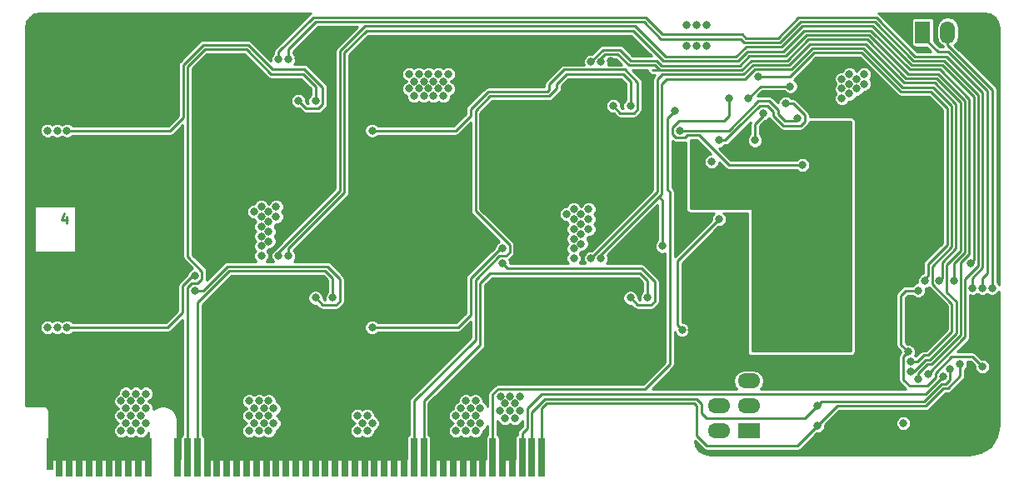
<source format=gbr>
G04 #@! TF.FileFunction,Copper,L4,Bot,Signal*
%FSLAX46Y46*%
G04 Gerber Fmt 4.6, Leading zero omitted, Abs format (unit mm)*
G04 Created by KiCad (PCBNEW (2016-06-29 BZR 6959, Git 30386bd)-product) date Sat Jul  2 22:02:46 2016*
%MOMM*%
%LPD*%
G01*
G04 APERTURE LIST*
%ADD10C,0.100000*%
%ADD11C,0.250000*%
%ADD12R,0.701040X4.000500*%
%ADD13R,0.701040X3.200400*%
%ADD14R,2.286000X1.524000*%
%ADD15O,2.286000X1.524000*%
%ADD16C,0.800000*%
%ADD17R,1.524000X2.286000*%
%ADD18O,1.524000X2.286000*%
%ADD19C,6.000000*%
%ADD20C,1.000000*%
G04 APERTURE END LIST*
D10*
D11*
X4690476Y-21285714D02*
X4690476Y-21952380D01*
X4452380Y-20904761D02*
X4214285Y-21619047D01*
X4833333Y-21619047D01*
D12*
X16000520Y-45750000D03*
X16998740Y-45750000D03*
X17999500Y-45750000D03*
X19000260Y-45750000D03*
X19998480Y-45750000D03*
X20999240Y-45750000D03*
X22000000Y-45750000D03*
X12998240Y-45750000D03*
D13*
X2998260Y-45351220D03*
D12*
X3999020Y-45750000D03*
X4999780Y-45750000D03*
X6000540Y-45750000D03*
X6998760Y-45750000D03*
X7999520Y-45750000D03*
X9000280Y-45750000D03*
X9998500Y-45750000D03*
X10999260Y-45750000D03*
X12000020Y-45750000D03*
X22998220Y-45750000D03*
X23998980Y-45750000D03*
X24999740Y-45750000D03*
X26000500Y-45750000D03*
X26998720Y-45750000D03*
X27999480Y-45750000D03*
X29000240Y-45750000D03*
X29998460Y-45750000D03*
X30999220Y-45750000D03*
X31999980Y-45750000D03*
X32998200Y-45750000D03*
X33998960Y-45750000D03*
X34999720Y-45750000D03*
X36000480Y-45750000D03*
X36998700Y-45750000D03*
X37999460Y-45750000D03*
X39000220Y-45750000D03*
X39998440Y-45750000D03*
X40999200Y-45750000D03*
X41999960Y-45750000D03*
X42998180Y-45750000D03*
X43998940Y-45750000D03*
X44999700Y-45750000D03*
X46000460Y-45750000D03*
X46998680Y-45750000D03*
X47999440Y-45750000D03*
X49000200Y-45750000D03*
X49998420Y-45750000D03*
X50999180Y-45750000D03*
X51999940Y-45750000D03*
X52998160Y-45750000D03*
D14*
X74024000Y-43040000D03*
D15*
X74024000Y-40500000D03*
X74024000Y-37960000D03*
X70976000Y-43040000D03*
X70976000Y-40500000D03*
X70976000Y-37960000D03*
D16*
X78200000Y-13100000D03*
X78200000Y-13900000D03*
X77000000Y-13100000D03*
X77000000Y-13900000D03*
X75800000Y-13100000D03*
X75800000Y-13900000D03*
X57950000Y-27850000D03*
X57950000Y-28650000D03*
X56750000Y-27850000D03*
X56750000Y-28650000D03*
X55550000Y-27850000D03*
X55550000Y-28650000D03*
X57950000Y-7850000D03*
X57950000Y-8650000D03*
X56750000Y-7850000D03*
X56750000Y-8650000D03*
X55550000Y-7850000D03*
X55550000Y-8650000D03*
X25950000Y-27850000D03*
X25950000Y-28650000D03*
X24750000Y-27850000D03*
X24750000Y-28650000D03*
X23550000Y-27850000D03*
X23550000Y-28650000D03*
X25950000Y-7850000D03*
X25950000Y-8650000D03*
X24750000Y-7850000D03*
X24750000Y-8650000D03*
X23550000Y-7850000D03*
X23550000Y-8650000D03*
D17*
X91710000Y-2500000D03*
D18*
X94250000Y-2500000D03*
X96790000Y-2500000D03*
D19*
X96250000Y-42250000D03*
D20*
X98500000Y-42250000D03*
X97375000Y-44199000D03*
X95125000Y-44199000D03*
X94000000Y-42250000D03*
X95125000Y-40301000D03*
X97375000Y-40301000D03*
D16*
X67750000Y-3900010D03*
X68750000Y-3900010D03*
X69750000Y-3900010D03*
X17750000Y-27250000D03*
X17750000Y-28750000D03*
X30000000Y-29500000D03*
X4750000Y-32500000D03*
X2750000Y-32500000D03*
X3750000Y-32500000D03*
X47750000Y-38500000D03*
X52750000Y-35500000D03*
X51750000Y-35500000D03*
X50750000Y-35500000D03*
X49750000Y-35500000D03*
X52250000Y-36250000D03*
X51250000Y-36250000D03*
X50250000Y-36250000D03*
X49250000Y-36250000D03*
X52750000Y-37000000D03*
X51750000Y-37000000D03*
X50750000Y-37000000D03*
X49750000Y-37000000D03*
X48750000Y-37000000D03*
X52250000Y-37750000D03*
X51250000Y-37750000D03*
X50250000Y-37750000D03*
X49250000Y-37750000D03*
X48250000Y-37750000D03*
X46750000Y-38500000D03*
X59000000Y-22250000D03*
X27500000Y-21750000D03*
X70250000Y-15675000D03*
X90400000Y-30000000D03*
X49998420Y-43001580D03*
X50000000Y-7750000D03*
X51000000Y-7750000D03*
X52000000Y-7750000D03*
X53000000Y-7750000D03*
X53500000Y-7000000D03*
X52500000Y-7000000D03*
X51500000Y-7000000D03*
X50500000Y-7000000D03*
X50500000Y-5550010D03*
X50000000Y-6250000D03*
X51000000Y-6250000D03*
X51500000Y-5550010D03*
X52000000Y-6250000D03*
X53000000Y-6250000D03*
X54000000Y-6250000D03*
X50500000Y-21750000D03*
X50500000Y-22750000D03*
X50500000Y-23750000D03*
X50500000Y-24750000D03*
X50500000Y-25750000D03*
X51250000Y-22250000D03*
X51250000Y-23250000D03*
X51250000Y-24250000D03*
X51250000Y-25250000D03*
X52000000Y-21750000D03*
X52000000Y-22750000D03*
X52000000Y-23750000D03*
X52000000Y-24750000D03*
X52000000Y-25750000D03*
X18500000Y-25750000D03*
X18500000Y-24750000D03*
X18500000Y-23750000D03*
X18500000Y-22750000D03*
X18500000Y-21750000D03*
X19250000Y-22250000D03*
X19250000Y-23250000D03*
X19250000Y-24250000D03*
X19250000Y-25250000D03*
X19250000Y-26250000D03*
X20000000Y-21750000D03*
X20000000Y-22750000D03*
X20000000Y-23750000D03*
X20000000Y-24750000D03*
X20000000Y-25750000D03*
X19500000Y-8500000D03*
X20500000Y-8500000D03*
X21500000Y-8500000D03*
X19000000Y-7750000D03*
X20000000Y-7750000D03*
X21000000Y-7750000D03*
X22000000Y-7750000D03*
X21500000Y-7000000D03*
X20500000Y-7000000D03*
X19500000Y-7000000D03*
X18500000Y-7000000D03*
X19500000Y-5550010D03*
X18500000Y-5550010D03*
X18000000Y-6250000D03*
X19000000Y-6250000D03*
X20000000Y-6250000D03*
X21000000Y-6250000D03*
X22000000Y-6250000D03*
X28256290Y-5150010D03*
X60010686Y-5450010D03*
X96749998Y-33750000D03*
X68250000Y-32750000D03*
X93000000Y-32500000D03*
X67000000Y-22500000D03*
X67750000Y-26500000D03*
X82250000Y-6250000D03*
X82250000Y-7250000D03*
X82250000Y-8250000D03*
X82250000Y-9250000D03*
X81500000Y-9750000D03*
X81500000Y-8750000D03*
X81500000Y-7750000D03*
X81500000Y-6750000D03*
X81500000Y-5750000D03*
X80750000Y-6250000D03*
X80750000Y-7250000D03*
X80750000Y-8250000D03*
X80750000Y-9250000D03*
X80750000Y-10250000D03*
X85250000Y-10500000D03*
X85250000Y-11500000D03*
X85250000Y-12500000D03*
X85250000Y-13500000D03*
X85250000Y-14500000D03*
X85250000Y-15500000D03*
X85250000Y-16500000D03*
X85250000Y-17500000D03*
X85250000Y-18500000D03*
X85250000Y-19500000D03*
X85250000Y-20500000D03*
X85250000Y-21500000D03*
X88500000Y-22000000D03*
X88500000Y-21000000D03*
X88500000Y-20000000D03*
X88500000Y-19000000D03*
X88500000Y-18000000D03*
X88500000Y-17000000D03*
X88500000Y-16000000D03*
X88500000Y-15000000D03*
X88500000Y-14000000D03*
X88500000Y-13000000D03*
X88500000Y-12000000D03*
X88500000Y-11000000D03*
X88500000Y-10000000D03*
X87250000Y-8750000D03*
X86250000Y-8750000D03*
X85750000Y-9500000D03*
X86750000Y-9500000D03*
X87750000Y-9500000D03*
X87750000Y-10500000D03*
X87750000Y-11500000D03*
X87750000Y-12500000D03*
X87750000Y-13500000D03*
X87750000Y-14500000D03*
X87750000Y-15500000D03*
X87750000Y-16500000D03*
X87750000Y-17500000D03*
X87750000Y-18500000D03*
X87750000Y-19500000D03*
X87750000Y-20500000D03*
X87750000Y-21500000D03*
X87250000Y-23250000D03*
X86250000Y-23250000D03*
X85750000Y-22500000D03*
X86750000Y-22500000D03*
X87750000Y-22500000D03*
X31250000Y-12250000D03*
X31250000Y-13250000D03*
X31250000Y-14250000D03*
X31250000Y-15250000D03*
X31250000Y-16250000D03*
X31250000Y-17250000D03*
X31250000Y-18250000D03*
X30500000Y-12750000D03*
X30500000Y-13750000D03*
X30500000Y-14750000D03*
X30500000Y-15750000D03*
X30500000Y-16750000D03*
X30500000Y-17750000D03*
X29750000Y-12250000D03*
X29750000Y-13250000D03*
X29750000Y-14250000D03*
X29750000Y-15250000D03*
X29750000Y-16250000D03*
X29750000Y-17250000D03*
X29750000Y-18250000D03*
X63250000Y-12250000D03*
X63250000Y-13250000D03*
X63250000Y-14250000D03*
X63250000Y-15250000D03*
X63250000Y-16250000D03*
X63250000Y-17250000D03*
X63250000Y-18250000D03*
X62500000Y-12750000D03*
X62500000Y-13750000D03*
X62500000Y-14750000D03*
X62500000Y-15750000D03*
X62500000Y-16750000D03*
X62500000Y-17750000D03*
X61750000Y-12250000D03*
X61750000Y-13250000D03*
X61750000Y-14250000D03*
X61750000Y-15250000D03*
X61750000Y-16250000D03*
X61750000Y-17250000D03*
X61750000Y-18250000D03*
X63250000Y-32250000D03*
X63250000Y-33250000D03*
X63250000Y-34250000D03*
X63250000Y-35250000D03*
X63250000Y-36250000D03*
X63250000Y-37250000D03*
X62500000Y-32750000D03*
X62500000Y-33750000D03*
X62500000Y-34750000D03*
X62500000Y-35750000D03*
X62500000Y-36750000D03*
X62500000Y-37750000D03*
X61750000Y-32250000D03*
X61750000Y-33250000D03*
X61750000Y-34250000D03*
X61750000Y-35250000D03*
X61750000Y-36250000D03*
X61750000Y-37250000D03*
X37750000Y-5500000D03*
X36750000Y-5500000D03*
X35750000Y-5500000D03*
X34750000Y-5500000D03*
X33750000Y-5500000D03*
X37250000Y-6250000D03*
X36250000Y-6250000D03*
X35250000Y-6250000D03*
X34250000Y-6250000D03*
X37750000Y-7000000D03*
X36750000Y-7000000D03*
X33750000Y-7000000D03*
X34750000Y-7000000D03*
X35750000Y-7000000D03*
X36750000Y-9500000D03*
X34750000Y-9500000D03*
X35750000Y-9500000D03*
X36750000Y-15500000D03*
X34750000Y-15500000D03*
X35750000Y-15500000D03*
X33750000Y-19500000D03*
X34750000Y-19500000D03*
X35750000Y-19500000D03*
X36750000Y-19500000D03*
X37750000Y-19500000D03*
X34250000Y-18750000D03*
X35250000Y-18750000D03*
X36250000Y-18750000D03*
X37250000Y-18750000D03*
X37750000Y-18000000D03*
X36750000Y-18000000D03*
X33750000Y-18000000D03*
X34750000Y-18000000D03*
X35750000Y-18000000D03*
X37750000Y-25500000D03*
X36750000Y-25500000D03*
X35750000Y-25500000D03*
X34750000Y-25500000D03*
X33750000Y-25500000D03*
X37250000Y-26250000D03*
X36250000Y-26250000D03*
X35250000Y-26250000D03*
X34250000Y-26250000D03*
X37750000Y-27000000D03*
X36750000Y-27000000D03*
X33750000Y-27000000D03*
X34750000Y-27000000D03*
X35750000Y-27000000D03*
X36750000Y-29500000D03*
X34750000Y-29500000D03*
X35750000Y-29500000D03*
X5749992Y-5500000D03*
X4750000Y-5500000D03*
X3750000Y-5500000D03*
X2750000Y-5500000D03*
X1750000Y-5500000D03*
X5250000Y-6250000D03*
X4250000Y-6250000D03*
X3250000Y-6250000D03*
X2250000Y-6250000D03*
X5750000Y-7000000D03*
X4750000Y-7000000D03*
X1750000Y-7000000D03*
X2750000Y-7000000D03*
X3750000Y-7000000D03*
X4750000Y-9500000D03*
X2750000Y-9500000D03*
X3750000Y-9500000D03*
X4750000Y-15500000D03*
X2750000Y-15500000D03*
X3750000Y-15500000D03*
X5750000Y-19500000D03*
X4750000Y-19500000D03*
X3750000Y-19500000D03*
X2750000Y-19500000D03*
X1750000Y-19500000D03*
X2250000Y-18750000D03*
X3250000Y-18750000D03*
X4250000Y-18750000D03*
X5250000Y-18750000D03*
X5750000Y-18000000D03*
X4750000Y-18000000D03*
X1750000Y-18000000D03*
X2750000Y-18000000D03*
X3750000Y-18000000D03*
X5750000Y-29500000D03*
X4750000Y-29500000D03*
X1750000Y-29500000D03*
X2750000Y-29500000D03*
X3750000Y-29500000D03*
X5750000Y-25500000D03*
X4750000Y-25500000D03*
X3750000Y-25500000D03*
X2750000Y-25500000D03*
X1750000Y-25500000D03*
X2250000Y-26250000D03*
X3250000Y-26250000D03*
X4250000Y-26250000D03*
X5250000Y-26250000D03*
X5750000Y-27000000D03*
X1750000Y-27000000D03*
X4750000Y-27000000D03*
X2750000Y-27000000D03*
X3750000Y-27000000D03*
X36750000Y-35500000D03*
X34750000Y-35500000D03*
X35750000Y-35500000D03*
X36750000Y-39500000D03*
X35750000Y-39500000D03*
X34750000Y-39500000D03*
X37250000Y-38750000D03*
X36250000Y-38750000D03*
X35250000Y-38750000D03*
X36750000Y-38000000D03*
X34750000Y-38000000D03*
X35750000Y-38000000D03*
X28250000Y-40000000D03*
X29250000Y-40000000D03*
X30500000Y-39750000D03*
X27750000Y-39250000D03*
X28750000Y-39250000D03*
X29750000Y-39250000D03*
X30500000Y-38750000D03*
X30500000Y-37750000D03*
X30500000Y-36750000D03*
X30500000Y-35750000D03*
X30500000Y-34750000D03*
X30500000Y-33750000D03*
X30500000Y-32750000D03*
X29750000Y-32250000D03*
X29750000Y-33250000D03*
X29750000Y-34250000D03*
X29750000Y-35250000D03*
X29750000Y-36250000D03*
X29750000Y-37250000D03*
X29750000Y-38250000D03*
X4250000Y-35750000D03*
X3250000Y-35750000D03*
X2250000Y-35750000D03*
X1750000Y-36500000D03*
X1250000Y-37250000D03*
X1750000Y-38000000D03*
X2750000Y-39500000D03*
X2250000Y-38750000D03*
X3250000Y-38750000D03*
X4250000Y-38750000D03*
X4750000Y-38000000D03*
X2750000Y-38000000D03*
X3750000Y-38000000D03*
X31750000Y-29500000D03*
X43000000Y-9000000D03*
X42000000Y-9000000D03*
X41000000Y-9000000D03*
X40000000Y-9000000D03*
X57750000Y-22500000D03*
X57750000Y-21500000D03*
X57750000Y-20500000D03*
X57000000Y-24000000D03*
X57000000Y-23000000D03*
X57000000Y-22000000D03*
X57000000Y-21000000D03*
X55500000Y-21000000D03*
X56250000Y-20500000D03*
X56250000Y-21500000D03*
X56250000Y-22500000D03*
X56250000Y-23500000D03*
X56250000Y-24500000D03*
X56250000Y-25500000D03*
X26000000Y-20250000D03*
X23750000Y-20750000D03*
X24500000Y-20250000D03*
X25250000Y-20750000D03*
X26000000Y-21250000D03*
X25250000Y-23750000D03*
X25250000Y-22750000D03*
X25250000Y-21750000D03*
X24500000Y-21250000D03*
X24500000Y-22250000D03*
X24500000Y-23250000D03*
X24500000Y-24250000D03*
X24500000Y-25250000D03*
X39500000Y-8250000D03*
X40500000Y-8250000D03*
X41500000Y-8250000D03*
X42500000Y-8250000D03*
X43500000Y-8250000D03*
X40000000Y-7500000D03*
X41000000Y-7500000D03*
X42000000Y-7500000D03*
X43000000Y-7500000D03*
X43500000Y-6750000D03*
X42500000Y-6750000D03*
X41500000Y-6750000D03*
X40500000Y-6750000D03*
X39500000Y-6750000D03*
X89750000Y-42250000D03*
X46250000Y-40000000D03*
X45250000Y-40000000D03*
X46750000Y-40750000D03*
X45750000Y-40750000D03*
X44750000Y-40750000D03*
X46250000Y-41500000D03*
X45250000Y-41500000D03*
X44250000Y-41500000D03*
X46750000Y-42250000D03*
X45750000Y-42250000D03*
X44750000Y-42250000D03*
X46250000Y-43000000D03*
X45250000Y-43000000D03*
X44250000Y-43000000D03*
X35250000Y-41500000D03*
X34250000Y-41500000D03*
X35750000Y-42250000D03*
X34750000Y-42250000D03*
X35250000Y-43000000D03*
X34250000Y-43000000D03*
X12750000Y-39250000D03*
X11750000Y-39250000D03*
X10750000Y-39250000D03*
X12250000Y-40000000D03*
X11250000Y-40000000D03*
X10250000Y-40000000D03*
X12750000Y-40750000D03*
X11750000Y-40750000D03*
X10750000Y-40750000D03*
X12250000Y-41500000D03*
X11250000Y-41500000D03*
X10250000Y-41500000D03*
X12750000Y-42250000D03*
X11750000Y-42250000D03*
X10750000Y-42250000D03*
X12250000Y-43000000D03*
X11250000Y-43000000D03*
X10250000Y-43000000D03*
X25250000Y-40000000D03*
X24250000Y-40000000D03*
X23250000Y-40000000D03*
X25750000Y-40750000D03*
X24750000Y-40750000D03*
X23750000Y-40750000D03*
X25250000Y-41500000D03*
X24250000Y-41500000D03*
X23250000Y-41500000D03*
X25750000Y-42250000D03*
X24750000Y-42250000D03*
X23750000Y-42250000D03*
X25250000Y-43000000D03*
X24250000Y-43000000D03*
X23250000Y-43000000D03*
X67750000Y-1750000D03*
X68750000Y-1750000D03*
X69750000Y-1750000D03*
X28250000Y-9500000D03*
X4750000Y-12500000D03*
X2750000Y-12500000D03*
X3750000Y-12500000D03*
X30000000Y-9500000D03*
X35750000Y-12500000D03*
X60250000Y-10000000D03*
X62000000Y-10000000D03*
X63750000Y-29500000D03*
X66500000Y-10500000D03*
X94500000Y-36750000D03*
X81000000Y-40500000D03*
X95500000Y-36250000D03*
X81000000Y-42500000D03*
X35750000Y-32500000D03*
X49000000Y-24500000D03*
X49000000Y-26000000D03*
X62000000Y-29500000D03*
X48797715Y-39547715D03*
X50250000Y-41750000D03*
X49250000Y-41750000D03*
X48724440Y-41000000D03*
X49750000Y-41000000D03*
X50750000Y-41000000D03*
X50250000Y-40250000D03*
X49250000Y-40250000D03*
X50750000Y-39500000D03*
X49750000Y-39500000D03*
X85750000Y-6750000D03*
X85750000Y-7750000D03*
X85000000Y-8250000D03*
X85000000Y-7250000D03*
X84250000Y-6750000D03*
X84250000Y-7750000D03*
X84250000Y-8750000D03*
X83500000Y-7250000D03*
X83500000Y-8250000D03*
X83500000Y-9250000D03*
X26250000Y-5250000D03*
X96750000Y-28500000D03*
X26250000Y-25250004D03*
X96606632Y-25981652D03*
X57999994Y-5500000D03*
X94849989Y-27750000D03*
X58000000Y-25500000D03*
X93399988Y-27750000D03*
X71000000Y-13500000D03*
X77775000Y-9750000D03*
X79500000Y-16000000D03*
X72000000Y-9250000D03*
X78250000Y-8000000D03*
X74000000Y-9250000D03*
X90250000Y-35000000D03*
X91250000Y-28750000D03*
X97750000Y-36500000D03*
X67250000Y-32750000D03*
X71000000Y-21500000D03*
X67000000Y-12500000D03*
X79000000Y-11250000D03*
X70500000Y-17250000D03*
X75000000Y-7000000D03*
X91949987Y-27750000D03*
X90500000Y-36000000D03*
X65250000Y-24250000D03*
X59012653Y-25512653D03*
X75500000Y-10750000D03*
X74650000Y-13500000D03*
X93750000Y-37499992D03*
X92250000Y-37249994D03*
X27262653Y-5262653D03*
X91250000Y-37750000D03*
X27262655Y-25262655D03*
X97750000Y-28500000D03*
X98750000Y-28500000D03*
X59012648Y-5512651D03*
X90500000Y-37000000D03*
D11*
X16500000Y-31000000D02*
X15000000Y-32500000D01*
X15000000Y-32500000D02*
X4750000Y-32500000D01*
X16500000Y-28290588D02*
X16500000Y-31000000D01*
X17750000Y-27250000D02*
X17540588Y-27250000D01*
X17540588Y-27250000D02*
X16500000Y-28290588D01*
X21063599Y-26299991D02*
X18613590Y-28750000D01*
X18613590Y-28750000D02*
X17750000Y-28750000D01*
X31186400Y-26299990D02*
X21063599Y-26299991D01*
X30000000Y-29500000D02*
X30725001Y-30225001D01*
X30725001Y-30225001D02*
X32098001Y-30225001D01*
X32098001Y-30225001D02*
X32475001Y-29848001D01*
X32475001Y-29848001D02*
X32475001Y-27588591D01*
X32475001Y-27588591D02*
X31186400Y-26299990D01*
X47250000Y-37750000D02*
X48000000Y-37000000D01*
X48000000Y-37000000D02*
X48750000Y-37000000D01*
X46750000Y-38500000D02*
X47750000Y-38500000D01*
X51750000Y-35500000D02*
X52750000Y-35500000D01*
X50750000Y-35500000D02*
X51750000Y-35500000D01*
X49750000Y-35500000D02*
X50750000Y-35500000D01*
X49250000Y-36250000D02*
X49250000Y-36000000D01*
X49250000Y-36000000D02*
X49750000Y-35500000D01*
X51250000Y-36250000D02*
X52250000Y-36250000D01*
X50250000Y-36250000D02*
X51250000Y-36250000D01*
X49250000Y-36250000D02*
X50250000Y-36250000D01*
X48750000Y-37000000D02*
X48750000Y-36750000D01*
X48750000Y-36750000D02*
X49250000Y-36250000D01*
X51750000Y-37000000D02*
X52750000Y-37000000D01*
X50750000Y-37000000D02*
X51750000Y-37000000D01*
X49750000Y-37000000D02*
X50750000Y-37000000D01*
X48750000Y-37000000D02*
X49750000Y-37000000D01*
X51250000Y-37750000D02*
X52250000Y-37750000D01*
X50250000Y-37750000D02*
X51250000Y-37750000D01*
X49250000Y-37750000D02*
X50250000Y-37750000D01*
X48250000Y-37750000D02*
X49250000Y-37750000D01*
X47250000Y-37750000D02*
X48250000Y-37750000D01*
X46750000Y-38500000D02*
X46750000Y-38250000D01*
X46750000Y-38250000D02*
X47250000Y-37750000D01*
X42998180Y-40501820D02*
X45000000Y-38500000D01*
X45000000Y-38500000D02*
X46750000Y-38500000D01*
X42998180Y-43001820D02*
X42998180Y-40501820D01*
X32998200Y-45750000D02*
X32998200Y-43751800D01*
X32998200Y-43751800D02*
X33000000Y-43750000D01*
X31999980Y-45750000D02*
X31999980Y-43000020D01*
X19998480Y-45750000D02*
X19998480Y-43001520D01*
X20999240Y-45750000D02*
X20999240Y-43000760D01*
X9000280Y-45750000D02*
X9000280Y-43500280D01*
X9000280Y-43500280D02*
X9250000Y-43750000D01*
X9250000Y-43750000D02*
X10000000Y-43750000D01*
X7999520Y-45750000D02*
X7999520Y-43000480D01*
X4999780Y-45750000D02*
X4999780Y-43000220D01*
X6000540Y-45750000D02*
X6000540Y-43000540D01*
X6998760Y-45750000D02*
X6998760Y-43001240D01*
X37999460Y-45750000D02*
X37999460Y-43000540D01*
X42998180Y-43750000D02*
X42998180Y-43001820D01*
X42998180Y-45750000D02*
X42998180Y-43750000D01*
X43250000Y-43750000D02*
X44000000Y-43750000D01*
X43998940Y-45750000D02*
X43998940Y-43751060D01*
X44000000Y-43750000D02*
X45000000Y-43750000D01*
X43998940Y-43751060D02*
X44000000Y-43750000D01*
X45000000Y-43750000D02*
X46000000Y-43750000D01*
X44999700Y-45750000D02*
X44999700Y-43750300D01*
X44999700Y-43750300D02*
X45000000Y-43750000D01*
X46000000Y-43750000D02*
X46750000Y-43750000D01*
X46000460Y-45750000D02*
X46000460Y-43750460D01*
X46000460Y-43750460D02*
X46000000Y-43750000D01*
X46750000Y-43750000D02*
X46998680Y-43998680D01*
X46998680Y-43998680D02*
X46998680Y-45750000D01*
X42998180Y-44001820D02*
X43250000Y-43750000D01*
X42998180Y-45750000D02*
X42998180Y-44001820D01*
X41999960Y-45750000D02*
X41999960Y-43000040D01*
X33000000Y-43750000D02*
X33750000Y-43750000D01*
X33998960Y-45750000D02*
X33998960Y-43998960D01*
X33998960Y-43998960D02*
X33750000Y-43750000D01*
X33750000Y-43750000D02*
X35000000Y-43750000D01*
X35000000Y-43750000D02*
X36000000Y-43750000D01*
X34999720Y-45750000D02*
X34999720Y-43750280D01*
X34999720Y-43750280D02*
X35000000Y-43750000D01*
X36000000Y-43750000D02*
X36500000Y-43750000D01*
X36000480Y-45750000D02*
X36000480Y-43750480D01*
X36000480Y-43750480D02*
X36000000Y-43750000D01*
X39000220Y-45750000D02*
X39000220Y-43000220D01*
X36500000Y-43750000D02*
X36998700Y-44248700D01*
X36998700Y-44248700D02*
X36998700Y-45750000D01*
X26250000Y-43750000D02*
X26000000Y-43750000D01*
X26000000Y-43750000D02*
X25000000Y-43750000D01*
X26000500Y-45750000D02*
X26000500Y-43750500D01*
X26000500Y-43750500D02*
X26000000Y-43750000D01*
X25000000Y-43750000D02*
X24000000Y-43750000D01*
X24999740Y-45750000D02*
X24999740Y-43750260D01*
X24999740Y-43750260D02*
X25000000Y-43750000D01*
X24000000Y-43750000D02*
X23000000Y-43750000D01*
X24000000Y-43819482D02*
X24000000Y-43750000D01*
X23998980Y-45750000D02*
X23998980Y-43820502D01*
X23998980Y-43820502D02*
X24000000Y-43819482D01*
X23000000Y-43750000D02*
X22000000Y-43750000D01*
X22998220Y-45750000D02*
X22998220Y-43751780D01*
X22998220Y-43751780D02*
X23000000Y-43750000D01*
X22000000Y-43750000D02*
X22000000Y-43000000D01*
X26998720Y-44498720D02*
X26250000Y-43750000D01*
X26998720Y-45750000D02*
X26998720Y-44498720D01*
X26998720Y-45750000D02*
X26998720Y-43001280D01*
X19000260Y-45750000D02*
X19000260Y-43000260D01*
X16000520Y-42999480D02*
X16250000Y-42750000D01*
X16000520Y-45750000D02*
X16000520Y-42999480D01*
X12500000Y-43750000D02*
X12000000Y-43750000D01*
X12000000Y-43750000D02*
X10750000Y-43750000D01*
X12000020Y-45750000D02*
X12000020Y-43750020D01*
X12000020Y-43750020D02*
X12000000Y-43750000D01*
X10999260Y-45750000D02*
X10999260Y-43999260D01*
X10750000Y-43750000D02*
X10000000Y-43750000D01*
X10999260Y-43999260D02*
X10750000Y-43750000D01*
X9998500Y-45750000D02*
X9998500Y-43751500D01*
X9998500Y-43751500D02*
X10000000Y-43750000D01*
X12998240Y-44248240D02*
X12500000Y-43750000D01*
X12998240Y-45750000D02*
X12998240Y-44248240D01*
X3999020Y-45750000D02*
X3999020Y-43000980D01*
X2998260Y-45351220D02*
X2998260Y-43001740D01*
X49001580Y-43001580D02*
X49000200Y-43002960D01*
X49000200Y-43002960D02*
X49000200Y-45750000D01*
X49998420Y-43001580D02*
X49001580Y-43001580D01*
X49998420Y-45750000D02*
X49998420Y-43001580D01*
X17999500Y-45750000D02*
X17999500Y-30000500D01*
X21250000Y-26750000D02*
X31000000Y-26750000D01*
X17999500Y-30000500D02*
X21250000Y-26750000D01*
X31000000Y-26750000D02*
X31750000Y-27500000D01*
X31750000Y-27500000D02*
X31750000Y-29500000D01*
X16548730Y-11201270D02*
X15250000Y-12500000D01*
X15250000Y-12500000D02*
X4750000Y-12500000D01*
X16548730Y-5814860D02*
X16548730Y-11201270D01*
X18563599Y-3799991D02*
X16548730Y-5814860D01*
X25636410Y-6250000D02*
X23186400Y-3799990D01*
X23186400Y-3799990D02*
X18563599Y-3799991D01*
X28886410Y-6250000D02*
X25636410Y-6250000D01*
X28250000Y-9500000D02*
X29000000Y-10250000D01*
X29000000Y-10250000D02*
X30323002Y-10250000D01*
X30323002Y-10250000D02*
X30725001Y-9848001D01*
X30725001Y-9848001D02*
X30725001Y-8088591D01*
X30725001Y-8088591D02*
X28886410Y-6250000D01*
X30000000Y-9500000D02*
X30000000Y-8000000D01*
X30000000Y-8000000D02*
X28750000Y-6750000D01*
X28750000Y-6750000D02*
X25500000Y-6750000D01*
X16998740Y-6001260D02*
X16998740Y-25321742D01*
X16998740Y-28428258D02*
X16998740Y-29000000D01*
X25500000Y-6750000D02*
X23000000Y-4250000D01*
X23000000Y-4250000D02*
X18750000Y-4250000D01*
X18750000Y-4250000D02*
X16998740Y-6001260D01*
X16998740Y-29000000D02*
X16998740Y-45750000D01*
X16998740Y-25321742D02*
X18475001Y-26798003D01*
X18475001Y-27598001D02*
X18048003Y-28024999D01*
X18475001Y-26798003D02*
X18475001Y-27598001D01*
X18048003Y-28024999D02*
X17401999Y-28024999D01*
X17401999Y-28024999D02*
X16998740Y-28428258D01*
X45750000Y-11000000D02*
X44250000Y-12500000D01*
X44250000Y-12500000D02*
X35750000Y-12500000D01*
X45750000Y-10363590D02*
X45750000Y-11000000D01*
X47563599Y-8549991D02*
X45750000Y-10363590D01*
X53563600Y-8549990D02*
X47563599Y-8549991D01*
X53750000Y-8363590D02*
X53563600Y-8549990D01*
X61436400Y-6299990D02*
X55273012Y-6299990D01*
X55273012Y-6299990D02*
X53750000Y-7823002D01*
X53750000Y-7823002D02*
X53750000Y-8363590D01*
X60250000Y-10000000D02*
X60975001Y-10725001D01*
X60975001Y-10725001D02*
X62348001Y-10725001D01*
X62348001Y-10725001D02*
X62725001Y-10348001D01*
X62725001Y-7588591D02*
X61436400Y-6299990D01*
X62725001Y-10348001D02*
X62725001Y-7588591D01*
X49348001Y-25225001D02*
X49725001Y-24848001D01*
X39998440Y-45750000D02*
X39998440Y-40001560D01*
X39998440Y-40001560D02*
X46250000Y-33750000D01*
X61250000Y-6750000D02*
X62000000Y-7500000D01*
X46250000Y-10500000D02*
X47750000Y-9000000D01*
X46250000Y-20676998D02*
X46250000Y-10500000D01*
X46250000Y-33750000D02*
X46250000Y-27676998D01*
X54500000Y-8250000D02*
X54500000Y-7750000D01*
X49725001Y-24848001D02*
X49725001Y-24151999D01*
X46250000Y-27676998D02*
X48701997Y-25225001D01*
X48701997Y-25225001D02*
X49348001Y-25225001D01*
X49725001Y-24151999D02*
X46250000Y-20676998D01*
X47750000Y-9000000D02*
X53750000Y-9000000D01*
X54500000Y-7750000D02*
X55500000Y-6750000D01*
X53750000Y-9000000D02*
X54500000Y-8250000D01*
X55500000Y-6750000D02*
X61250000Y-6750000D01*
X62000000Y-7500000D02*
X62000000Y-10000000D01*
X63750000Y-29500000D02*
X63750000Y-27750000D01*
X63750000Y-27750000D02*
X63000000Y-27000000D01*
X63000000Y-27000000D02*
X47750000Y-27000000D01*
X46750000Y-34250000D02*
X40999200Y-40000800D01*
X47750000Y-27000000D02*
X46750000Y-28000000D01*
X46750000Y-28000000D02*
X46750000Y-34250000D01*
X40999200Y-40000800D02*
X40999200Y-45750000D01*
X63500000Y-38750000D02*
X66000000Y-36250000D01*
X66000000Y-36250000D02*
X66000000Y-18750000D01*
X65750000Y-11250000D02*
X66000000Y-11000000D01*
X48571524Y-38750000D02*
X63500000Y-38750000D01*
X66000000Y-18750000D02*
X65750000Y-18500000D01*
X65750000Y-18500000D02*
X65750000Y-11250000D01*
X66000000Y-11000000D02*
X66500000Y-10500000D01*
X47999440Y-39322084D02*
X48571524Y-38750000D01*
X47999440Y-45750000D02*
X47999440Y-39322084D01*
X81450010Y-40049990D02*
X91000000Y-40049990D01*
X93634988Y-38250000D02*
X91834998Y-40049990D01*
X91834998Y-40049990D02*
X91000000Y-40049990D01*
X94500000Y-36750000D02*
X94500000Y-37821514D01*
X94500000Y-37821514D02*
X94071514Y-38250000D01*
X94071514Y-38250000D02*
X93634988Y-38250000D01*
X81000000Y-40500000D02*
X81450010Y-40049990D01*
X81000000Y-40500000D02*
X79750000Y-41750000D01*
X53311759Y-39799991D02*
X51999940Y-41111810D01*
X79750000Y-41750000D02*
X69750000Y-41750000D01*
X69750000Y-41750000D02*
X69200010Y-41200010D01*
X69200010Y-41200010D02*
X69200010Y-40313600D01*
X69200010Y-40313600D02*
X68686401Y-39799991D01*
X68686401Y-39799991D02*
X53311759Y-39799991D01*
X51999940Y-41111810D02*
X51999940Y-41250000D01*
X51999940Y-41250000D02*
X51999940Y-45750000D01*
X95500000Y-36250000D02*
X95500000Y-37456510D01*
X95500000Y-37456510D02*
X94257501Y-38699009D01*
X94257501Y-38699009D02*
X93820975Y-38699009D01*
X93820975Y-38699009D02*
X92019984Y-40500000D01*
X92019984Y-40500000D02*
X83000000Y-40500000D01*
X83000000Y-40500000D02*
X81000000Y-42500000D01*
X81000000Y-42500000D02*
X79000000Y-44500000D01*
X79000000Y-44500000D02*
X69750000Y-44500000D01*
X69750000Y-44500000D02*
X68750000Y-43500000D01*
X68750000Y-43500000D02*
X68750000Y-40500000D01*
X68750000Y-40500000D02*
X68500000Y-40250000D01*
X53498160Y-40250000D02*
X52998160Y-40750000D01*
X68500000Y-40250000D02*
X53498160Y-40250000D01*
X52998160Y-40750000D02*
X52998160Y-45750000D01*
X45750000Y-31250000D02*
X44500000Y-32500000D01*
X44500000Y-32500000D02*
X35750000Y-32500000D01*
X45750000Y-27540588D02*
X45750000Y-31250000D01*
X49000000Y-24500000D02*
X48790588Y-24500000D01*
X48790588Y-24500000D02*
X45750000Y-27540588D01*
X63136410Y-26500000D02*
X49500000Y-26500000D01*
X49500000Y-26500000D02*
X49000000Y-26000000D01*
X62000000Y-29500000D02*
X62725001Y-30225001D01*
X62725001Y-30225001D02*
X64098001Y-30225001D01*
X64098001Y-30225001D02*
X64475001Y-29848001D01*
X64475001Y-29848001D02*
X64475001Y-27838591D01*
X64475001Y-27838591D02*
X63136410Y-26500000D01*
X96750000Y-28500000D02*
X96750000Y-27500000D01*
X29750000Y-1000000D02*
X26250000Y-4500000D01*
X96750000Y-27500000D02*
X97799990Y-26450010D01*
X97799990Y-26450010D02*
X97799989Y-8663579D01*
X94086420Y-4950010D02*
X90950010Y-4950010D01*
X97799989Y-8663579D02*
X94086420Y-4950010D01*
X90950010Y-4950010D02*
X87000000Y-1000000D01*
X73361409Y-2724999D02*
X65284199Y-2724999D01*
X87000000Y-1000000D02*
X79090769Y-1000001D01*
X26250000Y-4500000D02*
X26250000Y-5250000D01*
X79090769Y-1000001D02*
X76990790Y-3099980D01*
X76990790Y-3099980D02*
X73736390Y-3099980D01*
X73736390Y-3099980D02*
X73361409Y-2724999D01*
X65284199Y-2724999D02*
X63559200Y-1000000D01*
X63559200Y-1000000D02*
X29750000Y-1000000D01*
X96606632Y-25981652D02*
X96899971Y-25688313D01*
X62459269Y-1900019D02*
X35000000Y-1900019D01*
X26250000Y-24863590D02*
X26250000Y-25250004D01*
X93668487Y-5850027D02*
X90577207Y-5850027D01*
X96899971Y-25688313D02*
X96899970Y-9081512D01*
X65559200Y-4999950D02*
X62459269Y-1900019D01*
X96899970Y-9081512D02*
X96899966Y-9081506D01*
X96899966Y-9081506D02*
X93668487Y-5850027D01*
X90577207Y-5850027D02*
X86627200Y-1900019D01*
X35000000Y-1900019D02*
X32499999Y-4400020D01*
X86627200Y-1900019D02*
X81000000Y-1900019D01*
X81000000Y-1900019D02*
X79463569Y-1900021D01*
X73719995Y-4024953D02*
X72744998Y-4999950D01*
X79463569Y-1900021D02*
X77363590Y-4000000D01*
X72744998Y-4999950D02*
X65559200Y-4999950D01*
X32499999Y-18613591D02*
X26250000Y-24863590D01*
X77363590Y-4000000D02*
X73744950Y-4000000D01*
X73744950Y-4000000D02*
X73719995Y-4024953D01*
X32499999Y-4400020D02*
X32499999Y-18613591D01*
X94849989Y-27750000D02*
X94849989Y-26028883D01*
X94849989Y-26028883D02*
X95999950Y-24878922D01*
X95999950Y-24878922D02*
X95999950Y-9454312D01*
X95999950Y-9454312D02*
X93295686Y-6750046D01*
X93295686Y-6750046D02*
X90204406Y-6750046D01*
X64686400Y-5399970D02*
X62036380Y-5399970D01*
X90204406Y-6750046D02*
X86254400Y-2800040D01*
X86254400Y-2800040D02*
X79904320Y-2800040D01*
X79904320Y-2800040D02*
X77779389Y-4924971D01*
X74092797Y-4924971D02*
X73117798Y-5899970D01*
X77779389Y-4924971D02*
X74092797Y-4924971D01*
X65186400Y-5899970D02*
X64686400Y-5399970D01*
X73117798Y-5899970D02*
X65186400Y-5899970D01*
X62036380Y-5399970D02*
X60911409Y-4274999D01*
X60911409Y-4274999D02*
X59224995Y-4274999D01*
X59224995Y-4274999D02*
X57999994Y-5500000D01*
X93399988Y-27750000D02*
X93674978Y-27475010D01*
X93674978Y-27475010D02*
X93674979Y-25931073D01*
X89831605Y-7650065D02*
X85881600Y-3700060D01*
X73490598Y-6799990D02*
X65263610Y-6799990D01*
X93674979Y-25931073D02*
X95099930Y-24506122D01*
X95099930Y-24506122D02*
X95099930Y-9827110D01*
X95099930Y-9827110D02*
X92922885Y-7650065D01*
X92922885Y-7650065D02*
X89831605Y-7650065D01*
X78152191Y-5824989D02*
X74465599Y-5824989D01*
X85881600Y-3700060D02*
X80277120Y-3700060D01*
X80277120Y-3700060D02*
X78152191Y-5824989D01*
X74465599Y-5824989D02*
X73490598Y-6799990D01*
X65263610Y-6799990D02*
X64750001Y-7313599D01*
X64750001Y-7313599D02*
X64750000Y-18750000D01*
X64750000Y-18750000D02*
X58000000Y-25500000D01*
X73000000Y-12136410D02*
X71636410Y-13500000D01*
X71636410Y-13500000D02*
X71000000Y-13500000D01*
X73000000Y-12136410D02*
X75186400Y-9950010D01*
X75186400Y-9950010D02*
X75927190Y-9950010D01*
X75927190Y-9950010D02*
X76549991Y-10572811D01*
X76549991Y-10572811D02*
X76549991Y-11009403D01*
X76549991Y-11009403D02*
X77540588Y-12000000D01*
X77540588Y-12000000D02*
X79323002Y-12000000D01*
X79323002Y-12000000D02*
X79725001Y-11598001D01*
X79725001Y-11598001D02*
X79725001Y-10901999D01*
X79725001Y-10901999D02*
X78573002Y-9750000D01*
X78573002Y-9750000D02*
X77775000Y-9750000D01*
X72000000Y-9250000D02*
X72000000Y-11000000D01*
X72000000Y-11000000D02*
X71500000Y-11500000D01*
X71500000Y-11500000D02*
X66926998Y-11500000D01*
X66926998Y-11500000D02*
X66274999Y-12151999D01*
X66274999Y-12151999D02*
X66274999Y-12848001D01*
X67524999Y-13225001D02*
X67799990Y-12950010D01*
X67799990Y-12950010D02*
X68950010Y-12950010D01*
X66274999Y-12848001D02*
X66651999Y-13225001D01*
X66651999Y-13225001D02*
X67524999Y-13225001D01*
X68950010Y-12950010D02*
X72000000Y-16000000D01*
X72000000Y-16000000D02*
X79500000Y-16000000D01*
X75863589Y-8000000D02*
X78250000Y-8000000D01*
X74000000Y-9250000D02*
X75250000Y-8000000D01*
X75250000Y-8000000D02*
X75863589Y-8000000D01*
X93000000Y-37615002D02*
X92141001Y-38474001D01*
X89750000Y-35500000D02*
X90250000Y-35000000D01*
X97750000Y-36500000D02*
X96750000Y-35500000D01*
X96750000Y-35500000D02*
X94634990Y-35500000D01*
X94634990Y-35500000D02*
X93000000Y-37134990D01*
X93000000Y-37134990D02*
X93000000Y-37615002D01*
X89750000Y-37810194D02*
X89750000Y-35500000D01*
X92141001Y-38474001D02*
X90413807Y-38474001D01*
X90413807Y-38474001D02*
X89750000Y-37810194D01*
X91250000Y-28750000D02*
X90000000Y-28750000D01*
X89500000Y-34250000D02*
X90250000Y-35000000D01*
X89500000Y-29250000D02*
X89500000Y-34250000D01*
X90000000Y-28750000D02*
X89500000Y-29250000D01*
X66750000Y-25750000D02*
X66750000Y-32250000D01*
X66750000Y-32250000D02*
X67250000Y-32750000D01*
X71000000Y-21500000D02*
X66750000Y-25750000D01*
X75000000Y-9500000D02*
X72000000Y-12500000D01*
X79000000Y-11250000D02*
X78750000Y-11500000D01*
X78750000Y-11500000D02*
X77676998Y-11500000D01*
X77676998Y-11500000D02*
X77000000Y-10823002D01*
X77000000Y-10823002D02*
X77000000Y-10386410D01*
X77000000Y-10386410D02*
X76113590Y-9500000D01*
X76113590Y-9500000D02*
X75000000Y-9500000D01*
X72000000Y-12500000D02*
X67000000Y-12500000D01*
X78250000Y-7000000D02*
X75000000Y-7000000D01*
X85508802Y-4600080D02*
X82250000Y-4600080D01*
X78250000Y-7000000D02*
X80649920Y-4600080D01*
X80649920Y-4600080D02*
X82250000Y-4600080D01*
X91949987Y-27750000D02*
X91949987Y-27550013D01*
X91949987Y-27550013D02*
X92224977Y-27275023D01*
X92224977Y-27275023D02*
X92224978Y-26108254D01*
X92550083Y-8550083D02*
X89458805Y-8550083D01*
X92224978Y-26108254D02*
X94199910Y-24133322D01*
X94199910Y-24133322D02*
X94199910Y-10199910D01*
X94199910Y-10199910D02*
X92550083Y-8550083D01*
X89458805Y-8550083D02*
X85508802Y-4600080D01*
X90500000Y-36000000D02*
X91158483Y-36000000D01*
X65200010Y-7750000D02*
X65200010Y-18936400D01*
X91158483Y-36000000D02*
X91814013Y-35344470D01*
X91814013Y-35344470D02*
X92250536Y-35344470D01*
X92250536Y-35344470D02*
X94674970Y-32920036D01*
X92674987Y-26294655D02*
X94649920Y-24319722D01*
X92674987Y-28098001D02*
X92674987Y-26294655D01*
X94674970Y-30097984D02*
X92674987Y-28098001D01*
X94674970Y-32920036D02*
X94674970Y-30097984D01*
X89645206Y-8100074D02*
X85695200Y-4150070D01*
X94649920Y-24319722D02*
X94649919Y-10013509D01*
X92736484Y-8100074D02*
X89645206Y-8100074D01*
X94649919Y-10013509D02*
X92736484Y-8100074D01*
X85695200Y-4150070D02*
X80463519Y-4150071D01*
X80463519Y-4150071D02*
X78338591Y-6274999D01*
X65200010Y-18936400D02*
X64886410Y-19250000D01*
X78338591Y-6274999D02*
X74651999Y-6274999D01*
X74651999Y-6274999D02*
X73676998Y-7250000D01*
X73676998Y-7250000D02*
X65700010Y-7250000D01*
X65700010Y-7250000D02*
X65200010Y-7750000D01*
X64886410Y-19250000D02*
X59012653Y-25123757D01*
X65250000Y-24250000D02*
X65250000Y-19613590D01*
X65250000Y-19613590D02*
X64886410Y-19250000D01*
X59012653Y-25123757D02*
X59012653Y-25512653D01*
X74650000Y-13500000D02*
X74650000Y-11850000D01*
X74650000Y-11850000D02*
X75500000Y-11000000D01*
X75500000Y-11000000D02*
X75500000Y-10750000D01*
X52977180Y-39250000D02*
X91999992Y-39250000D01*
X50999180Y-43250000D02*
X51500000Y-42749180D01*
X91999992Y-39250000D02*
X93750000Y-37499992D01*
X50999180Y-45750000D02*
X50999180Y-43250000D01*
X51500000Y-42749180D02*
X51500000Y-40727180D01*
X51500000Y-40727180D02*
X52977180Y-39250000D01*
X96024999Y-33474995D02*
X92250000Y-37249994D01*
X96024999Y-27588591D02*
X96024999Y-33474995D01*
X27262653Y-4237347D02*
X30049990Y-1450010D01*
X93900019Y-5400019D02*
X97349980Y-8849980D01*
X90763609Y-5400019D02*
X93900019Y-5400019D01*
X63372800Y-1450010D02*
X65097799Y-3175009D01*
X73175009Y-3175009D02*
X73549990Y-3549990D01*
X77177190Y-3549990D02*
X79277170Y-1450010D01*
X79277170Y-1450010D02*
X86813600Y-1450010D01*
X86813600Y-1450010D02*
X90763609Y-5400019D01*
X30049990Y-1450010D02*
X63372800Y-1450010D01*
X65097799Y-3175009D02*
X73175009Y-3175009D01*
X73549990Y-3549990D02*
X77177190Y-3549990D01*
X97349980Y-26263610D02*
X96024999Y-27588591D01*
X27262653Y-5262653D02*
X27262653Y-4237347D01*
X97349980Y-8849980D02*
X97349980Y-26263610D01*
X27262655Y-25262655D02*
X27262655Y-24487345D01*
X96449960Y-9267912D02*
X96449960Y-25065322D01*
X35186400Y-2350030D02*
X62272870Y-2350030D01*
X27262655Y-24487345D02*
X32950010Y-18799990D01*
X32950010Y-18799990D02*
X32950010Y-4586420D01*
X32950010Y-4586420D02*
X35186400Y-2350030D01*
X86440800Y-2350030D02*
X90390807Y-6300037D01*
X62272870Y-2350030D02*
X65372800Y-5449960D01*
X65372800Y-5449960D02*
X72931398Y-5449960D01*
X91250000Y-37178476D02*
X91250000Y-37750000D01*
X73906396Y-4474962D02*
X77525039Y-4474961D01*
X72931398Y-5449960D02*
X73906396Y-4474962D01*
X92614998Y-36250000D02*
X92178476Y-36250000D01*
X79649970Y-2350030D02*
X86440800Y-2350030D01*
X77525039Y-4474961D02*
X79649970Y-2350030D01*
X95574990Y-25940292D02*
X95574990Y-33290008D01*
X90390807Y-6300037D02*
X93482087Y-6300037D01*
X93482087Y-6300037D02*
X96449960Y-9267912D01*
X96449960Y-25065322D02*
X95574990Y-25940292D01*
X95574990Y-33290008D02*
X92614998Y-36250000D01*
X92178476Y-36250000D02*
X91250000Y-37178476D01*
X97750000Y-28500000D02*
X97750000Y-27500000D01*
X97750000Y-27500000D02*
X98250000Y-27000000D01*
X98250000Y-27000000D02*
X98250000Y-8477180D01*
X98250000Y-8477180D02*
X94272820Y-4500000D01*
X94272820Y-4500000D02*
X93250000Y-4500000D01*
X93250000Y-4500000D02*
X91710000Y-2960000D01*
X91710000Y-2960000D02*
X91710000Y-2500000D01*
X98750000Y-28500000D02*
X98750000Y-8340770D01*
X98750000Y-8340770D02*
X94250000Y-3840770D01*
X94250000Y-3840770D02*
X94250000Y-2500000D01*
X59012648Y-5512651D02*
X59012648Y-5123756D01*
X92007511Y-35800990D02*
X92000000Y-35793479D01*
X92429012Y-35800990D02*
X92007511Y-35800990D01*
X95123980Y-33106022D02*
X92429012Y-35800990D01*
X95123980Y-29911998D02*
X95123980Y-33106022D01*
X94123988Y-26117060D02*
X94123988Y-28912006D01*
X95548939Y-24692109D02*
X94123988Y-26117060D01*
X93108872Y-7201056D02*
X95548940Y-9641124D01*
X90017591Y-7201055D02*
X93108872Y-7201056D01*
X86067587Y-3251051D02*
X90017591Y-7201055D01*
X80091134Y-3251050D02*
X86067587Y-3251051D01*
X77966205Y-5375979D02*
X80091134Y-3251050D01*
X74279613Y-5375979D02*
X77966205Y-5375979D01*
X95548940Y-9641124D02*
X95548939Y-24692109D01*
X73304612Y-6350980D02*
X74279613Y-5375979D01*
X64225636Y-6350980D02*
X73304612Y-6350980D01*
X73303784Y-6348980D02*
X64227636Y-6348980D01*
X74278783Y-5373981D02*
X73303784Y-6348980D01*
X80090306Y-3249050D02*
X77965375Y-5373981D01*
X86068414Y-3249050D02*
X80090306Y-3249050D01*
X94123988Y-28912006D02*
X95123980Y-29911998D01*
X94125988Y-26117888D02*
X95550940Y-24692936D01*
X95550940Y-24692936D02*
X95550940Y-9640298D01*
X94125988Y-28097521D02*
X94125988Y-26117888D01*
X92000000Y-35793479D02*
X90793479Y-37000000D01*
X94124988Y-26117474D02*
X94124988Y-28124988D01*
X95549940Y-24692522D02*
X94124988Y-26117474D01*
X95549939Y-9640709D02*
X95549940Y-24692522D01*
X90018006Y-7200056D02*
X93109286Y-7200056D01*
X64227636Y-6348980D02*
X64225636Y-6350980D01*
X77965789Y-5374981D02*
X80090719Y-3250051D01*
X90018419Y-7199055D02*
X86068414Y-3249050D01*
X93109286Y-7200056D02*
X95549939Y-9640709D01*
X74279197Y-5374981D02*
X77965789Y-5374981D01*
X95550940Y-9640298D02*
X93109702Y-7199056D01*
X73304198Y-6349980D02*
X74279197Y-5374981D01*
X93109702Y-7199056D02*
X90018419Y-7199055D01*
X65000000Y-6349980D02*
X73304198Y-6349980D01*
X64500000Y-5849980D02*
X65000000Y-6349980D01*
X86068000Y-3250050D02*
X90018006Y-7200056D01*
X60725009Y-4725009D02*
X61849980Y-5849980D01*
X90793479Y-37000000D02*
X90500000Y-37000000D01*
X77965375Y-5373981D02*
X74278783Y-5373981D01*
X80090719Y-3250051D02*
X86068000Y-3250050D01*
X59411395Y-4725009D02*
X60725009Y-4725009D01*
X61849980Y-5849980D02*
X64500000Y-5849980D01*
X59012648Y-5123756D02*
X59411395Y-4725009D01*
G36*
X29396446Y-646447D02*
X25896447Y-4146447D01*
X25788060Y-4308658D01*
X25750000Y-4500000D01*
X25750000Y-4654068D01*
X25593370Y-4810425D01*
X25475135Y-5095167D01*
X25474885Y-5381369D01*
X23539953Y-3446437D01*
X23377742Y-3338050D01*
X23186400Y-3299990D01*
X18563599Y-3299991D01*
X18372262Y-3338050D01*
X18372257Y-3338051D01*
X18210046Y-3446438D01*
X16195177Y-5461307D01*
X16086790Y-5623518D01*
X16048730Y-5814860D01*
X16048730Y-10994163D01*
X15042894Y-12000000D01*
X5345932Y-12000000D01*
X5189575Y-11843370D01*
X4904833Y-11725135D01*
X4596519Y-11724866D01*
X4311571Y-11842604D01*
X4250084Y-11903984D01*
X4189575Y-11843370D01*
X3904833Y-11725135D01*
X3596519Y-11724866D01*
X3311571Y-11842604D01*
X3250084Y-11903984D01*
X3189575Y-11843370D01*
X2904833Y-11725135D01*
X2596519Y-11724866D01*
X2311571Y-11842604D01*
X2093370Y-12060425D01*
X1975135Y-12345167D01*
X1974866Y-12653481D01*
X2092604Y-12938429D01*
X2310425Y-13156630D01*
X2595167Y-13274865D01*
X2903481Y-13275134D01*
X3188429Y-13157396D01*
X3249916Y-13096016D01*
X3310425Y-13156630D01*
X3595167Y-13274865D01*
X3903481Y-13275134D01*
X4188429Y-13157396D01*
X4249916Y-13096016D01*
X4310425Y-13156630D01*
X4595167Y-13274865D01*
X4903481Y-13275134D01*
X5188429Y-13157396D01*
X5346100Y-13000000D01*
X15250000Y-13000000D01*
X15441342Y-12961940D01*
X15603553Y-12853553D01*
X16498740Y-11958367D01*
X16498740Y-25321742D01*
X16534198Y-25500001D01*
X16536800Y-25513084D01*
X16645187Y-25675295D01*
X17489130Y-26519238D01*
X17311571Y-26592604D01*
X17093370Y-26810425D01*
X16975135Y-27095167D01*
X16975123Y-27108358D01*
X16146447Y-27937035D01*
X16038060Y-28099246D01*
X16000000Y-28290588D01*
X16000000Y-30792893D01*
X14792894Y-32000000D01*
X5345932Y-32000000D01*
X5189575Y-31843370D01*
X4904833Y-31725135D01*
X4596519Y-31724866D01*
X4311571Y-31842604D01*
X4250084Y-31903984D01*
X4189575Y-31843370D01*
X3904833Y-31725135D01*
X3596519Y-31724866D01*
X3311571Y-31842604D01*
X3250084Y-31903984D01*
X3189575Y-31843370D01*
X2904833Y-31725135D01*
X2596519Y-31724866D01*
X2311571Y-31842604D01*
X2093370Y-32060425D01*
X1975135Y-32345167D01*
X1974866Y-32653481D01*
X2092604Y-32938429D01*
X2310425Y-33156630D01*
X2595167Y-33274865D01*
X2903481Y-33275134D01*
X3188429Y-33157396D01*
X3249916Y-33096016D01*
X3310425Y-33156630D01*
X3595167Y-33274865D01*
X3903481Y-33275134D01*
X4188429Y-33157396D01*
X4249916Y-33096016D01*
X4310425Y-33156630D01*
X4595167Y-33274865D01*
X4903481Y-33275134D01*
X5188429Y-33157396D01*
X5346100Y-33000000D01*
X15000000Y-33000000D01*
X15191342Y-32961940D01*
X15353553Y-32853553D01*
X16498740Y-31708367D01*
X16498740Y-43398621D01*
X16377861Y-43479391D01*
X16294978Y-43603433D01*
X16265874Y-43749750D01*
X16265874Y-45875000D01*
X16000000Y-45875000D01*
X16000000Y-41950000D01*
X15989432Y-41896871D01*
X15989432Y-41842701D01*
X15917118Y-41479152D01*
X15917118Y-41479150D01*
X15834994Y-41280886D01*
X15629059Y-40972684D01*
X15553187Y-40896813D01*
X15477316Y-40820941D01*
X15169114Y-40615006D01*
X15161399Y-40611810D01*
X15124483Y-40596519D01*
X14970850Y-40532882D01*
X14970848Y-40532882D01*
X14607301Y-40460568D01*
X14392699Y-40460568D01*
X14029152Y-40532882D01*
X14029150Y-40532882D01*
X13875517Y-40596519D01*
X13838602Y-40611810D01*
X13830886Y-40615006D01*
X13524940Y-40819434D01*
X13525134Y-40596519D01*
X13407396Y-40311571D01*
X13189575Y-40093370D01*
X13024978Y-40025024D01*
X13025022Y-39974914D01*
X13188429Y-39907396D01*
X13406630Y-39689575D01*
X13524865Y-39404833D01*
X13525134Y-39096519D01*
X13407396Y-38811571D01*
X13189575Y-38593370D01*
X12904833Y-38475135D01*
X12596519Y-38474866D01*
X12311571Y-38592604D01*
X12250084Y-38653984D01*
X12189575Y-38593370D01*
X11904833Y-38475135D01*
X11596519Y-38474866D01*
X11311571Y-38592604D01*
X11250084Y-38653984D01*
X11189575Y-38593370D01*
X10904833Y-38475135D01*
X10596519Y-38474866D01*
X10311571Y-38592604D01*
X10093370Y-38810425D01*
X9975135Y-39095167D01*
X9974978Y-39275086D01*
X9811571Y-39342604D01*
X9593370Y-39560425D01*
X9475135Y-39845167D01*
X9474866Y-40153481D01*
X9592604Y-40438429D01*
X9810425Y-40656630D01*
X9975022Y-40724976D01*
X9974978Y-40775086D01*
X9811571Y-40842604D01*
X9593370Y-41060425D01*
X9475135Y-41345167D01*
X9474866Y-41653481D01*
X9592604Y-41938429D01*
X9810425Y-42156630D01*
X9975022Y-42224976D01*
X9974978Y-42275086D01*
X9811571Y-42342604D01*
X9593370Y-42560425D01*
X9475135Y-42845167D01*
X9474866Y-43153481D01*
X9592604Y-43438429D01*
X9810425Y-43656630D01*
X10095167Y-43774865D01*
X10403481Y-43775134D01*
X10688429Y-43657396D01*
X10749916Y-43596016D01*
X10810425Y-43656630D01*
X11095167Y-43774865D01*
X11403481Y-43775134D01*
X11688429Y-43657396D01*
X11749916Y-43596016D01*
X11810425Y-43656630D01*
X12095167Y-43774865D01*
X12403481Y-43775134D01*
X12688429Y-43657396D01*
X12906630Y-43439575D01*
X13000000Y-43214715D01*
X13000000Y-45875000D01*
X2900000Y-45875000D01*
X2900000Y-41000000D01*
X2858134Y-40789524D01*
X2738909Y-40611091D01*
X2560476Y-40491866D01*
X2350000Y-40450000D01*
X550000Y-40450000D01*
X550000Y-20250000D01*
X1375000Y-20250000D01*
X1375000Y-24750000D01*
X1384515Y-24797835D01*
X1411612Y-24838388D01*
X1452165Y-24865485D01*
X1500000Y-24875000D01*
X5500000Y-24875000D01*
X5547835Y-24865485D01*
X5588388Y-24838388D01*
X5615485Y-24797835D01*
X5625000Y-24750000D01*
X5625000Y-20250000D01*
X5615485Y-20202165D01*
X5588388Y-20161612D01*
X5547835Y-20134515D01*
X5500000Y-20125000D01*
X1500000Y-20125000D01*
X1452165Y-20134515D01*
X1411612Y-20161612D01*
X1384515Y-20202165D01*
X1375000Y-20250000D01*
X550000Y-20250000D01*
X550000Y-2054171D01*
X670330Y-1449232D01*
X982314Y-982314D01*
X1449232Y-670330D01*
X2054170Y-550000D01*
X29540789Y-550000D01*
X29396446Y-646447D01*
X29396446Y-646447D01*
G37*
X29396446Y-646447D02*
X25896447Y-4146447D01*
X25788060Y-4308658D01*
X25750000Y-4500000D01*
X25750000Y-4654068D01*
X25593370Y-4810425D01*
X25475135Y-5095167D01*
X25474885Y-5381369D01*
X23539953Y-3446437D01*
X23377742Y-3338050D01*
X23186400Y-3299990D01*
X18563599Y-3299991D01*
X18372262Y-3338050D01*
X18372257Y-3338051D01*
X18210046Y-3446438D01*
X16195177Y-5461307D01*
X16086790Y-5623518D01*
X16048730Y-5814860D01*
X16048730Y-10994163D01*
X15042894Y-12000000D01*
X5345932Y-12000000D01*
X5189575Y-11843370D01*
X4904833Y-11725135D01*
X4596519Y-11724866D01*
X4311571Y-11842604D01*
X4250084Y-11903984D01*
X4189575Y-11843370D01*
X3904833Y-11725135D01*
X3596519Y-11724866D01*
X3311571Y-11842604D01*
X3250084Y-11903984D01*
X3189575Y-11843370D01*
X2904833Y-11725135D01*
X2596519Y-11724866D01*
X2311571Y-11842604D01*
X2093370Y-12060425D01*
X1975135Y-12345167D01*
X1974866Y-12653481D01*
X2092604Y-12938429D01*
X2310425Y-13156630D01*
X2595167Y-13274865D01*
X2903481Y-13275134D01*
X3188429Y-13157396D01*
X3249916Y-13096016D01*
X3310425Y-13156630D01*
X3595167Y-13274865D01*
X3903481Y-13275134D01*
X4188429Y-13157396D01*
X4249916Y-13096016D01*
X4310425Y-13156630D01*
X4595167Y-13274865D01*
X4903481Y-13275134D01*
X5188429Y-13157396D01*
X5346100Y-13000000D01*
X15250000Y-13000000D01*
X15441342Y-12961940D01*
X15603553Y-12853553D01*
X16498740Y-11958367D01*
X16498740Y-25321742D01*
X16534198Y-25500001D01*
X16536800Y-25513084D01*
X16645187Y-25675295D01*
X17489130Y-26519238D01*
X17311571Y-26592604D01*
X17093370Y-26810425D01*
X16975135Y-27095167D01*
X16975123Y-27108358D01*
X16146447Y-27937035D01*
X16038060Y-28099246D01*
X16000000Y-28290588D01*
X16000000Y-30792893D01*
X14792894Y-32000000D01*
X5345932Y-32000000D01*
X5189575Y-31843370D01*
X4904833Y-31725135D01*
X4596519Y-31724866D01*
X4311571Y-31842604D01*
X4250084Y-31903984D01*
X4189575Y-31843370D01*
X3904833Y-31725135D01*
X3596519Y-31724866D01*
X3311571Y-31842604D01*
X3250084Y-31903984D01*
X3189575Y-31843370D01*
X2904833Y-31725135D01*
X2596519Y-31724866D01*
X2311571Y-31842604D01*
X2093370Y-32060425D01*
X1975135Y-32345167D01*
X1974866Y-32653481D01*
X2092604Y-32938429D01*
X2310425Y-33156630D01*
X2595167Y-33274865D01*
X2903481Y-33275134D01*
X3188429Y-33157396D01*
X3249916Y-33096016D01*
X3310425Y-33156630D01*
X3595167Y-33274865D01*
X3903481Y-33275134D01*
X4188429Y-33157396D01*
X4249916Y-33096016D01*
X4310425Y-33156630D01*
X4595167Y-33274865D01*
X4903481Y-33275134D01*
X5188429Y-33157396D01*
X5346100Y-33000000D01*
X15000000Y-33000000D01*
X15191342Y-32961940D01*
X15353553Y-32853553D01*
X16498740Y-31708367D01*
X16498740Y-43398621D01*
X16377861Y-43479391D01*
X16294978Y-43603433D01*
X16265874Y-43749750D01*
X16265874Y-45875000D01*
X16000000Y-45875000D01*
X16000000Y-41950000D01*
X15989432Y-41896871D01*
X15989432Y-41842701D01*
X15917118Y-41479152D01*
X15917118Y-41479150D01*
X15834994Y-41280886D01*
X15629059Y-40972684D01*
X15553187Y-40896813D01*
X15477316Y-40820941D01*
X15169114Y-40615006D01*
X15161399Y-40611810D01*
X15124483Y-40596519D01*
X14970850Y-40532882D01*
X14970848Y-40532882D01*
X14607301Y-40460568D01*
X14392699Y-40460568D01*
X14029152Y-40532882D01*
X14029150Y-40532882D01*
X13875517Y-40596519D01*
X13838602Y-40611810D01*
X13830886Y-40615006D01*
X13524940Y-40819434D01*
X13525134Y-40596519D01*
X13407396Y-40311571D01*
X13189575Y-40093370D01*
X13024978Y-40025024D01*
X13025022Y-39974914D01*
X13188429Y-39907396D01*
X13406630Y-39689575D01*
X13524865Y-39404833D01*
X13525134Y-39096519D01*
X13407396Y-38811571D01*
X13189575Y-38593370D01*
X12904833Y-38475135D01*
X12596519Y-38474866D01*
X12311571Y-38592604D01*
X12250084Y-38653984D01*
X12189575Y-38593370D01*
X11904833Y-38475135D01*
X11596519Y-38474866D01*
X11311571Y-38592604D01*
X11250084Y-38653984D01*
X11189575Y-38593370D01*
X10904833Y-38475135D01*
X10596519Y-38474866D01*
X10311571Y-38592604D01*
X10093370Y-38810425D01*
X9975135Y-39095167D01*
X9974978Y-39275086D01*
X9811571Y-39342604D01*
X9593370Y-39560425D01*
X9475135Y-39845167D01*
X9474866Y-40153481D01*
X9592604Y-40438429D01*
X9810425Y-40656630D01*
X9975022Y-40724976D01*
X9974978Y-40775086D01*
X9811571Y-40842604D01*
X9593370Y-41060425D01*
X9475135Y-41345167D01*
X9474866Y-41653481D01*
X9592604Y-41938429D01*
X9810425Y-42156630D01*
X9975022Y-42224976D01*
X9974978Y-42275086D01*
X9811571Y-42342604D01*
X9593370Y-42560425D01*
X9475135Y-42845167D01*
X9474866Y-43153481D01*
X9592604Y-43438429D01*
X9810425Y-43656630D01*
X10095167Y-43774865D01*
X10403481Y-43775134D01*
X10688429Y-43657396D01*
X10749916Y-43596016D01*
X10810425Y-43656630D01*
X11095167Y-43774865D01*
X11403481Y-43775134D01*
X11688429Y-43657396D01*
X11749916Y-43596016D01*
X11810425Y-43656630D01*
X12095167Y-43774865D01*
X12403481Y-43775134D01*
X12688429Y-43657396D01*
X12906630Y-43439575D01*
X13000000Y-43214715D01*
X13000000Y-45875000D01*
X2900000Y-45875000D01*
X2900000Y-41000000D01*
X2858134Y-40789524D01*
X2738909Y-40611091D01*
X2560476Y-40491866D01*
X2350000Y-40450000D01*
X550000Y-40450000D01*
X550000Y-20250000D01*
X1375000Y-20250000D01*
X1375000Y-24750000D01*
X1384515Y-24797835D01*
X1411612Y-24838388D01*
X1452165Y-24865485D01*
X1500000Y-24875000D01*
X5500000Y-24875000D01*
X5547835Y-24865485D01*
X5588388Y-24838388D01*
X5615485Y-24797835D01*
X5625000Y-24750000D01*
X5625000Y-20250000D01*
X5615485Y-20202165D01*
X5588388Y-20161612D01*
X5547835Y-20134515D01*
X5500000Y-20125000D01*
X1500000Y-20125000D01*
X1452165Y-20134515D01*
X1411612Y-20161612D01*
X1384515Y-20202165D01*
X1375000Y-20250000D01*
X550000Y-20250000D01*
X550000Y-2054171D01*
X670330Y-1449232D01*
X982314Y-982314D01*
X1449232Y-670330D01*
X2054170Y-550000D01*
X29540789Y-550000D01*
X29396446Y-646447D01*
G36*
X64115704Y-4899970D02*
X62243487Y-4899970D01*
X61264962Y-3921446D01*
X61102751Y-3813059D01*
X60911409Y-3774999D01*
X59224995Y-3774999D01*
X59033653Y-3813059D01*
X58871442Y-3921446D01*
X58067829Y-4725059D01*
X57846513Y-4724866D01*
X57561565Y-4842604D01*
X57343364Y-5060425D01*
X57225129Y-5345167D01*
X57224860Y-5653481D01*
X57285396Y-5799990D01*
X55273012Y-5799990D01*
X55087346Y-5836921D01*
X55081670Y-5838050D01*
X54919458Y-5946437D01*
X53396447Y-7469449D01*
X53288060Y-7631660D01*
X53250000Y-7823002D01*
X53250000Y-8049990D01*
X47563599Y-8049991D01*
X47372262Y-8088050D01*
X47372257Y-8088051D01*
X47210045Y-8196438D01*
X45396447Y-10010037D01*
X45288060Y-10172248D01*
X45250000Y-10363590D01*
X45250000Y-10792893D01*
X44042894Y-12000000D01*
X36345932Y-12000000D01*
X36189575Y-11843370D01*
X35904833Y-11725135D01*
X35596519Y-11724866D01*
X35311571Y-11842604D01*
X35093370Y-12060425D01*
X34975135Y-12345167D01*
X34974866Y-12653481D01*
X35092604Y-12938429D01*
X35310425Y-13156630D01*
X35595167Y-13274865D01*
X35903481Y-13275134D01*
X36188429Y-13157396D01*
X36346100Y-13000000D01*
X44250000Y-13000000D01*
X44441342Y-12961940D01*
X44603553Y-12853553D01*
X45750000Y-11707107D01*
X45750000Y-20676998D01*
X45776540Y-20810425D01*
X45788060Y-20868340D01*
X45896447Y-21030551D01*
X48665540Y-23799645D01*
X48561571Y-23842604D01*
X48343370Y-24060425D01*
X48225135Y-24345167D01*
X48225123Y-24358358D01*
X45396447Y-27187035D01*
X45288060Y-27349246D01*
X45250000Y-27540588D01*
X45250000Y-31042894D01*
X44292894Y-32000000D01*
X36345932Y-32000000D01*
X36189575Y-31843370D01*
X35904833Y-31725135D01*
X35596519Y-31724866D01*
X35311571Y-31842604D01*
X35093370Y-32060425D01*
X34975135Y-32345167D01*
X34974866Y-32653481D01*
X35092604Y-32938429D01*
X35310425Y-33156630D01*
X35595167Y-33274865D01*
X35903481Y-33275134D01*
X36188429Y-33157396D01*
X36346100Y-33000000D01*
X44500000Y-33000000D01*
X44691342Y-32961940D01*
X44853553Y-32853553D01*
X45750000Y-31957106D01*
X45750000Y-33542894D01*
X39644887Y-39648007D01*
X39536500Y-39810218D01*
X39498440Y-40001560D01*
X39498440Y-43398621D01*
X39377561Y-43479391D01*
X39294678Y-43603433D01*
X39265574Y-43749750D01*
X39265574Y-45875000D01*
X18732366Y-45875000D01*
X18732366Y-43749750D01*
X18703262Y-43603433D01*
X18620379Y-43479391D01*
X18499500Y-43398621D01*
X18499500Y-40153481D01*
X22474866Y-40153481D01*
X22592604Y-40438429D01*
X22810425Y-40656630D01*
X22975022Y-40724976D01*
X22974978Y-40775086D01*
X22811571Y-40842604D01*
X22593370Y-41060425D01*
X22475135Y-41345167D01*
X22474866Y-41653481D01*
X22592604Y-41938429D01*
X22810425Y-42156630D01*
X22975022Y-42224976D01*
X22974978Y-42275086D01*
X22811571Y-42342604D01*
X22593370Y-42560425D01*
X22475135Y-42845167D01*
X22474866Y-43153481D01*
X22592604Y-43438429D01*
X22810425Y-43656630D01*
X23095167Y-43774865D01*
X23403481Y-43775134D01*
X23688429Y-43657396D01*
X23749916Y-43596016D01*
X23810425Y-43656630D01*
X24095167Y-43774865D01*
X24403481Y-43775134D01*
X24688429Y-43657396D01*
X24749916Y-43596016D01*
X24810425Y-43656630D01*
X25095167Y-43774865D01*
X25403481Y-43775134D01*
X25688429Y-43657396D01*
X25906630Y-43439575D01*
X26024865Y-43154833D01*
X26025022Y-42974914D01*
X26188429Y-42907396D01*
X26406630Y-42689575D01*
X26524865Y-42404833D01*
X26525134Y-42096519D01*
X26407396Y-41811571D01*
X26249582Y-41653481D01*
X33474866Y-41653481D01*
X33592604Y-41938429D01*
X33810425Y-42156630D01*
X33975022Y-42224976D01*
X33974978Y-42275086D01*
X33811571Y-42342604D01*
X33593370Y-42560425D01*
X33475135Y-42845167D01*
X33474866Y-43153481D01*
X33592604Y-43438429D01*
X33810425Y-43656630D01*
X34095167Y-43774865D01*
X34403481Y-43775134D01*
X34688429Y-43657396D01*
X34749916Y-43596016D01*
X34810425Y-43656630D01*
X35095167Y-43774865D01*
X35403481Y-43775134D01*
X35688429Y-43657396D01*
X35906630Y-43439575D01*
X36024865Y-43154833D01*
X36025022Y-42974914D01*
X36188429Y-42907396D01*
X36406630Y-42689575D01*
X36524865Y-42404833D01*
X36525134Y-42096519D01*
X36407396Y-41811571D01*
X36189575Y-41593370D01*
X36024978Y-41525024D01*
X36025134Y-41346519D01*
X35907396Y-41061571D01*
X35689575Y-40843370D01*
X35404833Y-40725135D01*
X35096519Y-40724866D01*
X34811571Y-40842604D01*
X34750084Y-40903984D01*
X34689575Y-40843370D01*
X34404833Y-40725135D01*
X34096519Y-40724866D01*
X33811571Y-40842604D01*
X33593370Y-41060425D01*
X33475135Y-41345167D01*
X33474866Y-41653481D01*
X26249582Y-41653481D01*
X26189575Y-41593370D01*
X26024978Y-41525024D01*
X26025022Y-41474914D01*
X26188429Y-41407396D01*
X26406630Y-41189575D01*
X26524865Y-40904833D01*
X26525134Y-40596519D01*
X26407396Y-40311571D01*
X26189575Y-40093370D01*
X26024978Y-40025024D01*
X26025134Y-39846519D01*
X25907396Y-39561571D01*
X25689575Y-39343370D01*
X25404833Y-39225135D01*
X25096519Y-39224866D01*
X24811571Y-39342604D01*
X24750084Y-39403984D01*
X24689575Y-39343370D01*
X24404833Y-39225135D01*
X24096519Y-39224866D01*
X23811571Y-39342604D01*
X23750084Y-39403984D01*
X23689575Y-39343370D01*
X23404833Y-39225135D01*
X23096519Y-39224866D01*
X22811571Y-39342604D01*
X22593370Y-39560425D01*
X22475135Y-39845167D01*
X22474866Y-40153481D01*
X18499500Y-40153481D01*
X18499500Y-30207606D01*
X21457107Y-27250000D01*
X30792894Y-27250000D01*
X31250000Y-27707107D01*
X31250000Y-28904068D01*
X31093370Y-29060425D01*
X30975135Y-29345167D01*
X30974866Y-29653481D01*
X31004417Y-29725001D01*
X30932108Y-29725001D01*
X30774941Y-29567834D01*
X30775134Y-29346519D01*
X30657396Y-29061571D01*
X30439575Y-28843370D01*
X30154833Y-28725135D01*
X29846519Y-28724866D01*
X29561571Y-28842604D01*
X29343370Y-29060425D01*
X29225135Y-29345167D01*
X29224866Y-29653481D01*
X29342604Y-29938429D01*
X29560425Y-30156630D01*
X29845167Y-30274865D01*
X30067953Y-30275059D01*
X30371447Y-30578554D01*
X30473056Y-30646447D01*
X30533659Y-30686941D01*
X30725001Y-30725001D01*
X32098001Y-30725001D01*
X32289343Y-30686941D01*
X32451554Y-30578554D01*
X32828555Y-30201554D01*
X32897758Y-30097984D01*
X32936941Y-30039343D01*
X32975001Y-29848001D01*
X32975001Y-27588591D01*
X32936941Y-27397249D01*
X32828554Y-27235038D01*
X31539953Y-25946437D01*
X31377742Y-25838050D01*
X31375183Y-25837541D01*
X31186400Y-25799990D01*
X27821354Y-25799990D01*
X27919285Y-25702230D01*
X28037520Y-25417488D01*
X28037789Y-25109174D01*
X27920051Y-24824226D01*
X27776591Y-24680515D01*
X33303564Y-19153543D01*
X33406158Y-19000000D01*
X33411950Y-18991332D01*
X33450010Y-18799990D01*
X33450010Y-6903481D01*
X38724866Y-6903481D01*
X38842604Y-7188429D01*
X39060425Y-7406630D01*
X39225022Y-7474976D01*
X39224978Y-7525086D01*
X39061571Y-7592604D01*
X38843370Y-7810425D01*
X38725135Y-8095167D01*
X38724866Y-8403481D01*
X38842604Y-8688429D01*
X39060425Y-8906630D01*
X39225022Y-8974976D01*
X39224866Y-9153481D01*
X39342604Y-9438429D01*
X39560425Y-9656630D01*
X39845167Y-9774865D01*
X40153481Y-9775134D01*
X40438429Y-9657396D01*
X40499916Y-9596016D01*
X40560425Y-9656630D01*
X40845167Y-9774865D01*
X41153481Y-9775134D01*
X41438429Y-9657396D01*
X41499916Y-9596016D01*
X41560425Y-9656630D01*
X41845167Y-9774865D01*
X42153481Y-9775134D01*
X42438429Y-9657396D01*
X42499916Y-9596016D01*
X42560425Y-9656630D01*
X42845167Y-9774865D01*
X43153481Y-9775134D01*
X43438429Y-9657396D01*
X43656630Y-9439575D01*
X43774865Y-9154833D01*
X43775022Y-8974914D01*
X43938429Y-8907396D01*
X44156630Y-8689575D01*
X44274865Y-8404833D01*
X44275134Y-8096519D01*
X44157396Y-7811571D01*
X43939575Y-7593370D01*
X43774978Y-7525024D01*
X43775022Y-7474914D01*
X43938429Y-7407396D01*
X44156630Y-7189575D01*
X44274865Y-6904833D01*
X44275134Y-6596519D01*
X44157396Y-6311571D01*
X43939575Y-6093370D01*
X43654833Y-5975135D01*
X43346519Y-5974866D01*
X43061571Y-6092604D01*
X43000084Y-6153984D01*
X42939575Y-6093370D01*
X42654833Y-5975135D01*
X42346519Y-5974866D01*
X42061571Y-6092604D01*
X42000084Y-6153984D01*
X41939575Y-6093370D01*
X41654833Y-5975135D01*
X41346519Y-5974866D01*
X41061571Y-6092604D01*
X41000084Y-6153984D01*
X40939575Y-6093370D01*
X40654833Y-5975135D01*
X40346519Y-5974866D01*
X40061571Y-6092604D01*
X40000084Y-6153984D01*
X39939575Y-6093370D01*
X39654833Y-5975135D01*
X39346519Y-5974866D01*
X39061571Y-6092604D01*
X38843370Y-6310425D01*
X38725135Y-6595167D01*
X38724866Y-6903481D01*
X33450010Y-6903481D01*
X33450010Y-4793526D01*
X35393506Y-2850030D01*
X62065764Y-2850030D01*
X64115704Y-4899970D01*
X64115704Y-4899970D01*
G37*
X64115704Y-4899970D02*
X62243487Y-4899970D01*
X61264962Y-3921446D01*
X61102751Y-3813059D01*
X60911409Y-3774999D01*
X59224995Y-3774999D01*
X59033653Y-3813059D01*
X58871442Y-3921446D01*
X58067829Y-4725059D01*
X57846513Y-4724866D01*
X57561565Y-4842604D01*
X57343364Y-5060425D01*
X57225129Y-5345167D01*
X57224860Y-5653481D01*
X57285396Y-5799990D01*
X55273012Y-5799990D01*
X55087346Y-5836921D01*
X55081670Y-5838050D01*
X54919458Y-5946437D01*
X53396447Y-7469449D01*
X53288060Y-7631660D01*
X53250000Y-7823002D01*
X53250000Y-8049990D01*
X47563599Y-8049991D01*
X47372262Y-8088050D01*
X47372257Y-8088051D01*
X47210045Y-8196438D01*
X45396447Y-10010037D01*
X45288060Y-10172248D01*
X45250000Y-10363590D01*
X45250000Y-10792893D01*
X44042894Y-12000000D01*
X36345932Y-12000000D01*
X36189575Y-11843370D01*
X35904833Y-11725135D01*
X35596519Y-11724866D01*
X35311571Y-11842604D01*
X35093370Y-12060425D01*
X34975135Y-12345167D01*
X34974866Y-12653481D01*
X35092604Y-12938429D01*
X35310425Y-13156630D01*
X35595167Y-13274865D01*
X35903481Y-13275134D01*
X36188429Y-13157396D01*
X36346100Y-13000000D01*
X44250000Y-13000000D01*
X44441342Y-12961940D01*
X44603553Y-12853553D01*
X45750000Y-11707107D01*
X45750000Y-20676998D01*
X45776540Y-20810425D01*
X45788060Y-20868340D01*
X45896447Y-21030551D01*
X48665540Y-23799645D01*
X48561571Y-23842604D01*
X48343370Y-24060425D01*
X48225135Y-24345167D01*
X48225123Y-24358358D01*
X45396447Y-27187035D01*
X45288060Y-27349246D01*
X45250000Y-27540588D01*
X45250000Y-31042894D01*
X44292894Y-32000000D01*
X36345932Y-32000000D01*
X36189575Y-31843370D01*
X35904833Y-31725135D01*
X35596519Y-31724866D01*
X35311571Y-31842604D01*
X35093370Y-32060425D01*
X34975135Y-32345167D01*
X34974866Y-32653481D01*
X35092604Y-32938429D01*
X35310425Y-33156630D01*
X35595167Y-33274865D01*
X35903481Y-33275134D01*
X36188429Y-33157396D01*
X36346100Y-33000000D01*
X44500000Y-33000000D01*
X44691342Y-32961940D01*
X44853553Y-32853553D01*
X45750000Y-31957106D01*
X45750000Y-33542894D01*
X39644887Y-39648007D01*
X39536500Y-39810218D01*
X39498440Y-40001560D01*
X39498440Y-43398621D01*
X39377561Y-43479391D01*
X39294678Y-43603433D01*
X39265574Y-43749750D01*
X39265574Y-45875000D01*
X18732366Y-45875000D01*
X18732366Y-43749750D01*
X18703262Y-43603433D01*
X18620379Y-43479391D01*
X18499500Y-43398621D01*
X18499500Y-40153481D01*
X22474866Y-40153481D01*
X22592604Y-40438429D01*
X22810425Y-40656630D01*
X22975022Y-40724976D01*
X22974978Y-40775086D01*
X22811571Y-40842604D01*
X22593370Y-41060425D01*
X22475135Y-41345167D01*
X22474866Y-41653481D01*
X22592604Y-41938429D01*
X22810425Y-42156630D01*
X22975022Y-42224976D01*
X22974978Y-42275086D01*
X22811571Y-42342604D01*
X22593370Y-42560425D01*
X22475135Y-42845167D01*
X22474866Y-43153481D01*
X22592604Y-43438429D01*
X22810425Y-43656630D01*
X23095167Y-43774865D01*
X23403481Y-43775134D01*
X23688429Y-43657396D01*
X23749916Y-43596016D01*
X23810425Y-43656630D01*
X24095167Y-43774865D01*
X24403481Y-43775134D01*
X24688429Y-43657396D01*
X24749916Y-43596016D01*
X24810425Y-43656630D01*
X25095167Y-43774865D01*
X25403481Y-43775134D01*
X25688429Y-43657396D01*
X25906630Y-43439575D01*
X26024865Y-43154833D01*
X26025022Y-42974914D01*
X26188429Y-42907396D01*
X26406630Y-42689575D01*
X26524865Y-42404833D01*
X26525134Y-42096519D01*
X26407396Y-41811571D01*
X26249582Y-41653481D01*
X33474866Y-41653481D01*
X33592604Y-41938429D01*
X33810425Y-42156630D01*
X33975022Y-42224976D01*
X33974978Y-42275086D01*
X33811571Y-42342604D01*
X33593370Y-42560425D01*
X33475135Y-42845167D01*
X33474866Y-43153481D01*
X33592604Y-43438429D01*
X33810425Y-43656630D01*
X34095167Y-43774865D01*
X34403481Y-43775134D01*
X34688429Y-43657396D01*
X34749916Y-43596016D01*
X34810425Y-43656630D01*
X35095167Y-43774865D01*
X35403481Y-43775134D01*
X35688429Y-43657396D01*
X35906630Y-43439575D01*
X36024865Y-43154833D01*
X36025022Y-42974914D01*
X36188429Y-42907396D01*
X36406630Y-42689575D01*
X36524865Y-42404833D01*
X36525134Y-42096519D01*
X36407396Y-41811571D01*
X36189575Y-41593370D01*
X36024978Y-41525024D01*
X36025134Y-41346519D01*
X35907396Y-41061571D01*
X35689575Y-40843370D01*
X35404833Y-40725135D01*
X35096519Y-40724866D01*
X34811571Y-40842604D01*
X34750084Y-40903984D01*
X34689575Y-40843370D01*
X34404833Y-40725135D01*
X34096519Y-40724866D01*
X33811571Y-40842604D01*
X33593370Y-41060425D01*
X33475135Y-41345167D01*
X33474866Y-41653481D01*
X26249582Y-41653481D01*
X26189575Y-41593370D01*
X26024978Y-41525024D01*
X26025022Y-41474914D01*
X26188429Y-41407396D01*
X26406630Y-41189575D01*
X26524865Y-40904833D01*
X26525134Y-40596519D01*
X26407396Y-40311571D01*
X26189575Y-40093370D01*
X26024978Y-40025024D01*
X26025134Y-39846519D01*
X25907396Y-39561571D01*
X25689575Y-39343370D01*
X25404833Y-39225135D01*
X25096519Y-39224866D01*
X24811571Y-39342604D01*
X24750084Y-39403984D01*
X24689575Y-39343370D01*
X24404833Y-39225135D01*
X24096519Y-39224866D01*
X23811571Y-39342604D01*
X23750084Y-39403984D01*
X23689575Y-39343370D01*
X23404833Y-39225135D01*
X23096519Y-39224866D01*
X22811571Y-39342604D01*
X22593370Y-39560425D01*
X22475135Y-39845167D01*
X22474866Y-40153481D01*
X18499500Y-40153481D01*
X18499500Y-30207606D01*
X21457107Y-27250000D01*
X30792894Y-27250000D01*
X31250000Y-27707107D01*
X31250000Y-28904068D01*
X31093370Y-29060425D01*
X30975135Y-29345167D01*
X30974866Y-29653481D01*
X31004417Y-29725001D01*
X30932108Y-29725001D01*
X30774941Y-29567834D01*
X30775134Y-29346519D01*
X30657396Y-29061571D01*
X30439575Y-28843370D01*
X30154833Y-28725135D01*
X29846519Y-28724866D01*
X29561571Y-28842604D01*
X29343370Y-29060425D01*
X29225135Y-29345167D01*
X29224866Y-29653481D01*
X29342604Y-29938429D01*
X29560425Y-30156630D01*
X29845167Y-30274865D01*
X30067953Y-30275059D01*
X30371447Y-30578554D01*
X30473056Y-30646447D01*
X30533659Y-30686941D01*
X30725001Y-30725001D01*
X32098001Y-30725001D01*
X32289343Y-30686941D01*
X32451554Y-30578554D01*
X32828555Y-30201554D01*
X32897758Y-30097984D01*
X32936941Y-30039343D01*
X32975001Y-29848001D01*
X32975001Y-27588591D01*
X32936941Y-27397249D01*
X32828554Y-27235038D01*
X31539953Y-25946437D01*
X31377742Y-25838050D01*
X31375183Y-25837541D01*
X31186400Y-25799990D01*
X27821354Y-25799990D01*
X27919285Y-25702230D01*
X28037520Y-25417488D01*
X28037789Y-25109174D01*
X27920051Y-24824226D01*
X27776591Y-24680515D01*
X33303564Y-19153543D01*
X33406158Y-19000000D01*
X33411950Y-18991332D01*
X33450010Y-18799990D01*
X33450010Y-6903481D01*
X38724866Y-6903481D01*
X38842604Y-7188429D01*
X39060425Y-7406630D01*
X39225022Y-7474976D01*
X39224978Y-7525086D01*
X39061571Y-7592604D01*
X38843370Y-7810425D01*
X38725135Y-8095167D01*
X38724866Y-8403481D01*
X38842604Y-8688429D01*
X39060425Y-8906630D01*
X39225022Y-8974976D01*
X39224866Y-9153481D01*
X39342604Y-9438429D01*
X39560425Y-9656630D01*
X39845167Y-9774865D01*
X40153481Y-9775134D01*
X40438429Y-9657396D01*
X40499916Y-9596016D01*
X40560425Y-9656630D01*
X40845167Y-9774865D01*
X41153481Y-9775134D01*
X41438429Y-9657396D01*
X41499916Y-9596016D01*
X41560425Y-9656630D01*
X41845167Y-9774865D01*
X42153481Y-9775134D01*
X42438429Y-9657396D01*
X42499916Y-9596016D01*
X42560425Y-9656630D01*
X42845167Y-9774865D01*
X43153481Y-9775134D01*
X43438429Y-9657396D01*
X43656630Y-9439575D01*
X43774865Y-9154833D01*
X43775022Y-8974914D01*
X43938429Y-8907396D01*
X44156630Y-8689575D01*
X44274865Y-8404833D01*
X44275134Y-8096519D01*
X44157396Y-7811571D01*
X43939575Y-7593370D01*
X43774978Y-7525024D01*
X43775022Y-7474914D01*
X43938429Y-7407396D01*
X44156630Y-7189575D01*
X44274865Y-6904833D01*
X44275134Y-6596519D01*
X44157396Y-6311571D01*
X43939575Y-6093370D01*
X43654833Y-5975135D01*
X43346519Y-5974866D01*
X43061571Y-6092604D01*
X43000084Y-6153984D01*
X42939575Y-6093370D01*
X42654833Y-5975135D01*
X42346519Y-5974866D01*
X42061571Y-6092604D01*
X42000084Y-6153984D01*
X41939575Y-6093370D01*
X41654833Y-5975135D01*
X41346519Y-5974866D01*
X41061571Y-6092604D01*
X41000084Y-6153984D01*
X40939575Y-6093370D01*
X40654833Y-5975135D01*
X40346519Y-5974866D01*
X40061571Y-6092604D01*
X40000084Y-6153984D01*
X39939575Y-6093370D01*
X39654833Y-5975135D01*
X39346519Y-5974866D01*
X39061571Y-6092604D01*
X38843370Y-6310425D01*
X38725135Y-6595167D01*
X38724866Y-6903481D01*
X33450010Y-6903481D01*
X33450010Y-4793526D01*
X35393506Y-2850030D01*
X62065764Y-2850030D01*
X64115704Y-4899970D01*
G36*
X64750000Y-23654068D02*
X64593370Y-23810425D01*
X64475135Y-24095167D01*
X64474866Y-24403481D01*
X64592604Y-24688429D01*
X64810425Y-24906630D01*
X65095167Y-25024865D01*
X65403481Y-25025134D01*
X65500000Y-24985253D01*
X65500000Y-36042894D01*
X63292894Y-38250000D01*
X48571524Y-38250000D01*
X48380182Y-38288060D01*
X48217971Y-38396447D01*
X47645887Y-38968531D01*
X47537500Y-39130742D01*
X47499440Y-39322084D01*
X47499440Y-40534335D01*
X47407396Y-40311571D01*
X47189575Y-40093370D01*
X47024978Y-40025024D01*
X47025134Y-39846519D01*
X46907396Y-39561571D01*
X46689575Y-39343370D01*
X46404833Y-39225135D01*
X46096519Y-39224866D01*
X45811571Y-39342604D01*
X45750084Y-39403984D01*
X45689575Y-39343370D01*
X45404833Y-39225135D01*
X45096519Y-39224866D01*
X44811571Y-39342604D01*
X44593370Y-39560425D01*
X44475135Y-39845167D01*
X44474978Y-40025086D01*
X44311571Y-40092604D01*
X44093370Y-40310425D01*
X43975135Y-40595167D01*
X43974978Y-40775086D01*
X43811571Y-40842604D01*
X43593370Y-41060425D01*
X43475135Y-41345167D01*
X43474866Y-41653481D01*
X43592604Y-41938429D01*
X43810425Y-42156630D01*
X43975022Y-42224976D01*
X43974978Y-42275086D01*
X43811571Y-42342604D01*
X43593370Y-42560425D01*
X43475135Y-42845167D01*
X43474866Y-43153481D01*
X43592604Y-43438429D01*
X43810425Y-43656630D01*
X44095167Y-43774865D01*
X44403481Y-43775134D01*
X44688429Y-43657396D01*
X44749916Y-43596016D01*
X44810425Y-43656630D01*
X45095167Y-43774865D01*
X45403481Y-43775134D01*
X45688429Y-43657396D01*
X45749916Y-43596016D01*
X45810425Y-43656630D01*
X46095167Y-43774865D01*
X46403481Y-43775134D01*
X46688429Y-43657396D01*
X46906630Y-43439575D01*
X47024865Y-43154833D01*
X47025022Y-42974914D01*
X47188429Y-42907396D01*
X47406630Y-42689575D01*
X47499440Y-42466063D01*
X47499440Y-43398621D01*
X47378561Y-43479391D01*
X47295678Y-43603433D01*
X47266574Y-43749750D01*
X47266574Y-45875000D01*
X41732066Y-45875000D01*
X41732066Y-43749750D01*
X41702962Y-43603433D01*
X41620079Y-43479391D01*
X41499200Y-43398621D01*
X41499200Y-40207906D01*
X47103553Y-34603554D01*
X47211940Y-34441342D01*
X47250000Y-34250000D01*
X47250000Y-28207106D01*
X47957107Y-27500000D01*
X62792894Y-27500000D01*
X63250000Y-27957107D01*
X63250000Y-28904068D01*
X63093370Y-29060425D01*
X62975135Y-29345167D01*
X62974866Y-29653481D01*
X63004417Y-29725001D01*
X62932108Y-29725001D01*
X62774941Y-29567834D01*
X62775134Y-29346519D01*
X62657396Y-29061571D01*
X62439575Y-28843370D01*
X62154833Y-28725135D01*
X61846519Y-28724866D01*
X61561571Y-28842604D01*
X61343370Y-29060425D01*
X61225135Y-29345167D01*
X61224866Y-29653481D01*
X61342604Y-29938429D01*
X61560425Y-30156630D01*
X61845167Y-30274865D01*
X62067953Y-30275059D01*
X62371447Y-30578554D01*
X62473056Y-30646447D01*
X62533659Y-30686941D01*
X62725001Y-30725001D01*
X64098001Y-30725001D01*
X64289343Y-30686941D01*
X64451554Y-30578554D01*
X64828555Y-30201554D01*
X64897758Y-30097984D01*
X64936941Y-30039343D01*
X64975001Y-29848001D01*
X64975001Y-27838591D01*
X64936941Y-27647249D01*
X64893527Y-27582277D01*
X64828555Y-27485038D01*
X63489963Y-26146447D01*
X63327752Y-26038060D01*
X63325037Y-26037520D01*
X63136410Y-26000000D01*
X59621428Y-26000000D01*
X59669283Y-25952228D01*
X59787518Y-25667486D01*
X59787787Y-25359172D01*
X59699066Y-25144450D01*
X64750000Y-20093517D01*
X64750000Y-23654068D01*
X64750000Y-23654068D01*
G37*
X64750000Y-23654068D02*
X64593370Y-23810425D01*
X64475135Y-24095167D01*
X64474866Y-24403481D01*
X64592604Y-24688429D01*
X64810425Y-24906630D01*
X65095167Y-25024865D01*
X65403481Y-25025134D01*
X65500000Y-24985253D01*
X65500000Y-36042894D01*
X63292894Y-38250000D01*
X48571524Y-38250000D01*
X48380182Y-38288060D01*
X48217971Y-38396447D01*
X47645887Y-38968531D01*
X47537500Y-39130742D01*
X47499440Y-39322084D01*
X47499440Y-40534335D01*
X47407396Y-40311571D01*
X47189575Y-40093370D01*
X47024978Y-40025024D01*
X47025134Y-39846519D01*
X46907396Y-39561571D01*
X46689575Y-39343370D01*
X46404833Y-39225135D01*
X46096519Y-39224866D01*
X45811571Y-39342604D01*
X45750084Y-39403984D01*
X45689575Y-39343370D01*
X45404833Y-39225135D01*
X45096519Y-39224866D01*
X44811571Y-39342604D01*
X44593370Y-39560425D01*
X44475135Y-39845167D01*
X44474978Y-40025086D01*
X44311571Y-40092604D01*
X44093370Y-40310425D01*
X43975135Y-40595167D01*
X43974978Y-40775086D01*
X43811571Y-40842604D01*
X43593370Y-41060425D01*
X43475135Y-41345167D01*
X43474866Y-41653481D01*
X43592604Y-41938429D01*
X43810425Y-42156630D01*
X43975022Y-42224976D01*
X43974978Y-42275086D01*
X43811571Y-42342604D01*
X43593370Y-42560425D01*
X43475135Y-42845167D01*
X43474866Y-43153481D01*
X43592604Y-43438429D01*
X43810425Y-43656630D01*
X44095167Y-43774865D01*
X44403481Y-43775134D01*
X44688429Y-43657396D01*
X44749916Y-43596016D01*
X44810425Y-43656630D01*
X45095167Y-43774865D01*
X45403481Y-43775134D01*
X45688429Y-43657396D01*
X45749916Y-43596016D01*
X45810425Y-43656630D01*
X46095167Y-43774865D01*
X46403481Y-43775134D01*
X46688429Y-43657396D01*
X46906630Y-43439575D01*
X47024865Y-43154833D01*
X47025022Y-42974914D01*
X47188429Y-42907396D01*
X47406630Y-42689575D01*
X47499440Y-42466063D01*
X47499440Y-43398621D01*
X47378561Y-43479391D01*
X47295678Y-43603433D01*
X47266574Y-43749750D01*
X47266574Y-45875000D01*
X41732066Y-45875000D01*
X41732066Y-43749750D01*
X41702962Y-43603433D01*
X41620079Y-43479391D01*
X41499200Y-43398621D01*
X41499200Y-40207906D01*
X47103553Y-34603554D01*
X47211940Y-34441342D01*
X47250000Y-34250000D01*
X47250000Y-28207106D01*
X47957107Y-27500000D01*
X62792894Y-27500000D01*
X63250000Y-27957107D01*
X63250000Y-28904068D01*
X63093370Y-29060425D01*
X62975135Y-29345167D01*
X62974866Y-29653481D01*
X63004417Y-29725001D01*
X62932108Y-29725001D01*
X62774941Y-29567834D01*
X62775134Y-29346519D01*
X62657396Y-29061571D01*
X62439575Y-28843370D01*
X62154833Y-28725135D01*
X61846519Y-28724866D01*
X61561571Y-28842604D01*
X61343370Y-29060425D01*
X61225135Y-29345167D01*
X61224866Y-29653481D01*
X61342604Y-29938429D01*
X61560425Y-30156630D01*
X61845167Y-30274865D01*
X62067953Y-30275059D01*
X62371447Y-30578554D01*
X62473056Y-30646447D01*
X62533659Y-30686941D01*
X62725001Y-30725001D01*
X64098001Y-30725001D01*
X64289343Y-30686941D01*
X64451554Y-30578554D01*
X64828555Y-30201554D01*
X64897758Y-30097984D01*
X64936941Y-30039343D01*
X64975001Y-29848001D01*
X64975001Y-27838591D01*
X64936941Y-27647249D01*
X64893527Y-27582277D01*
X64828555Y-27485038D01*
X63489963Y-26146447D01*
X63327752Y-26038060D01*
X63325037Y-26037520D01*
X63136410Y-26000000D01*
X59621428Y-26000000D01*
X59669283Y-25952228D01*
X59787518Y-25667486D01*
X59787787Y-25359172D01*
X59699066Y-25144450D01*
X64750000Y-20093517D01*
X64750000Y-23654068D01*
G36*
X48592604Y-42188429D02*
X48810425Y-42406630D01*
X49095167Y-42524865D01*
X49403481Y-42525134D01*
X49688429Y-42407396D01*
X49749916Y-42346016D01*
X49810425Y-42406630D01*
X50095167Y-42524865D01*
X50403481Y-42525134D01*
X50688429Y-42407396D01*
X50906630Y-42189575D01*
X51000000Y-41964715D01*
X51000000Y-42542073D01*
X50645627Y-42896447D01*
X50537240Y-43058658D01*
X50499180Y-43250000D01*
X50499180Y-43398621D01*
X50378301Y-43479391D01*
X50295418Y-43603433D01*
X50266314Y-43749750D01*
X50266314Y-45875000D01*
X48732306Y-45875000D01*
X48732306Y-43749750D01*
X48703202Y-43603433D01*
X48620319Y-43479391D01*
X48499440Y-43398621D01*
X48499440Y-41962955D01*
X48592604Y-42188429D01*
X48592604Y-42188429D01*
G37*
X48592604Y-42188429D02*
X48810425Y-42406630D01*
X49095167Y-42524865D01*
X49403481Y-42525134D01*
X49688429Y-42407396D01*
X49749916Y-42346016D01*
X49810425Y-42406630D01*
X50095167Y-42524865D01*
X50403481Y-42525134D01*
X50688429Y-42407396D01*
X50906630Y-42189575D01*
X51000000Y-41964715D01*
X51000000Y-42542073D01*
X50645627Y-42896447D01*
X50537240Y-43058658D01*
X50499180Y-43250000D01*
X50499180Y-43398621D01*
X50378301Y-43479391D01*
X50295418Y-43603433D01*
X50266314Y-43749750D01*
X50266314Y-45875000D01*
X48732306Y-45875000D01*
X48732306Y-43749750D01*
X48703202Y-43603433D01*
X48620319Y-43479391D01*
X48499440Y-43398621D01*
X48499440Y-41962955D01*
X48592604Y-42188429D01*
G36*
X99450000Y-42445829D02*
X99215489Y-43624793D01*
X98578347Y-44578345D01*
X97624794Y-45215489D01*
X96445829Y-45450000D01*
X70054170Y-45450000D01*
X69449232Y-45329670D01*
X68982314Y-45017686D01*
X68670330Y-44550768D01*
X68565215Y-44022321D01*
X69396447Y-44853554D01*
X69493686Y-44918526D01*
X69558658Y-44961940D01*
X69750000Y-45000000D01*
X79000000Y-45000000D01*
X79191342Y-44961940D01*
X79353553Y-44853553D01*
X80932165Y-43274941D01*
X81153481Y-43275134D01*
X81438429Y-43157396D01*
X81656630Y-42939575D01*
X81774865Y-42654833D01*
X81775059Y-42432047D01*
X81803625Y-42403481D01*
X88974866Y-42403481D01*
X89092604Y-42688429D01*
X89310425Y-42906630D01*
X89595167Y-43024865D01*
X89903481Y-43025134D01*
X90188429Y-42907396D01*
X90406630Y-42689575D01*
X90524865Y-42404833D01*
X90525134Y-42096519D01*
X90407396Y-41811571D01*
X90189575Y-41593370D01*
X89904833Y-41475135D01*
X89596519Y-41474866D01*
X89311571Y-41592604D01*
X89093370Y-41810425D01*
X88975135Y-42095167D01*
X88974866Y-42403481D01*
X81803625Y-42403481D01*
X83207106Y-41000000D01*
X92019984Y-41000000D01*
X92211326Y-40961940D01*
X92373537Y-40853553D01*
X94028081Y-39199009D01*
X94257501Y-39199009D01*
X94448843Y-39160949D01*
X94611054Y-39052562D01*
X95853553Y-37810063D01*
X95961940Y-37647852D01*
X95972069Y-37596930D01*
X96000000Y-37456510D01*
X96000000Y-36845932D01*
X96156630Y-36689575D01*
X96274865Y-36404833D01*
X96275134Y-36096519D01*
X96235253Y-36000000D01*
X96542894Y-36000000D01*
X96975059Y-36432166D01*
X96974866Y-36653481D01*
X97092604Y-36938429D01*
X97310425Y-37156630D01*
X97595167Y-37274865D01*
X97903481Y-37275134D01*
X98188429Y-37157396D01*
X98406630Y-36939575D01*
X98524865Y-36654833D01*
X98525134Y-36346519D01*
X98407396Y-36061571D01*
X98189575Y-35843370D01*
X97904833Y-35725135D01*
X97682047Y-35724941D01*
X97103553Y-35146447D01*
X96941342Y-35038060D01*
X96750000Y-35000000D01*
X95207101Y-35000000D01*
X96378553Y-33828548D01*
X96486939Y-33666337D01*
X96524999Y-33474995D01*
X96524999Y-29245729D01*
X96595167Y-29274865D01*
X96903481Y-29275134D01*
X97188429Y-29157396D01*
X97249916Y-29096016D01*
X97310425Y-29156630D01*
X97595167Y-29274865D01*
X97903481Y-29275134D01*
X98188429Y-29157396D01*
X98249916Y-29096016D01*
X98310425Y-29156630D01*
X98595167Y-29274865D01*
X98903481Y-29275134D01*
X99188429Y-29157396D01*
X99406630Y-28939575D01*
X99450000Y-28835128D01*
X99450000Y-42445829D01*
X99450000Y-42445829D01*
G37*
X99450000Y-42445829D02*
X99215489Y-43624793D01*
X98578347Y-44578345D01*
X97624794Y-45215489D01*
X96445829Y-45450000D01*
X70054170Y-45450000D01*
X69449232Y-45329670D01*
X68982314Y-45017686D01*
X68670330Y-44550768D01*
X68565215Y-44022321D01*
X69396447Y-44853554D01*
X69493686Y-44918526D01*
X69558658Y-44961940D01*
X69750000Y-45000000D01*
X79000000Y-45000000D01*
X79191342Y-44961940D01*
X79353553Y-44853553D01*
X80932165Y-43274941D01*
X81153481Y-43275134D01*
X81438429Y-43157396D01*
X81656630Y-42939575D01*
X81774865Y-42654833D01*
X81775059Y-42432047D01*
X81803625Y-42403481D01*
X88974866Y-42403481D01*
X89092604Y-42688429D01*
X89310425Y-42906630D01*
X89595167Y-43024865D01*
X89903481Y-43025134D01*
X90188429Y-42907396D01*
X90406630Y-42689575D01*
X90524865Y-42404833D01*
X90525134Y-42096519D01*
X90407396Y-41811571D01*
X90189575Y-41593370D01*
X89904833Y-41475135D01*
X89596519Y-41474866D01*
X89311571Y-41592604D01*
X89093370Y-41810425D01*
X88975135Y-42095167D01*
X88974866Y-42403481D01*
X81803625Y-42403481D01*
X83207106Y-41000000D01*
X92019984Y-41000000D01*
X92211326Y-40961940D01*
X92373537Y-40853553D01*
X94028081Y-39199009D01*
X94257501Y-39199009D01*
X94448843Y-39160949D01*
X94611054Y-39052562D01*
X95853553Y-37810063D01*
X95961940Y-37647852D01*
X95972069Y-37596930D01*
X96000000Y-37456510D01*
X96000000Y-36845932D01*
X96156630Y-36689575D01*
X96274865Y-36404833D01*
X96275134Y-36096519D01*
X96235253Y-36000000D01*
X96542894Y-36000000D01*
X96975059Y-36432166D01*
X96974866Y-36653481D01*
X97092604Y-36938429D01*
X97310425Y-37156630D01*
X97595167Y-37274865D01*
X97903481Y-37275134D01*
X98188429Y-37157396D01*
X98406630Y-36939575D01*
X98524865Y-36654833D01*
X98525134Y-36346519D01*
X98407396Y-36061571D01*
X98189575Y-35843370D01*
X97904833Y-35725135D01*
X97682047Y-35724941D01*
X97103553Y-35146447D01*
X96941342Y-35038060D01*
X96750000Y-35000000D01*
X95207101Y-35000000D01*
X96378553Y-33828548D01*
X96486939Y-33666337D01*
X96524999Y-33474995D01*
X96524999Y-29245729D01*
X96595167Y-29274865D01*
X96903481Y-29275134D01*
X97188429Y-29157396D01*
X97249916Y-29096016D01*
X97310425Y-29156630D01*
X97595167Y-29274865D01*
X97903481Y-29275134D01*
X98188429Y-29157396D01*
X98249916Y-29096016D01*
X98310425Y-29156630D01*
X98595167Y-29274865D01*
X98903481Y-29275134D01*
X99188429Y-29157396D01*
X99406630Y-28939575D01*
X99450000Y-28835128D01*
X99450000Y-42445829D01*
G36*
X89105252Y-8903637D02*
X89267463Y-9012023D01*
X89458805Y-9050083D01*
X92342977Y-9050083D01*
X93699910Y-10407017D01*
X93699910Y-23926215D01*
X91871425Y-25754701D01*
X91763038Y-25916912D01*
X91724978Y-26108254D01*
X91724977Y-27004421D01*
X91511558Y-27092604D01*
X91293357Y-27310425D01*
X91175122Y-27595167D01*
X91174853Y-27903481D01*
X91204388Y-27974960D01*
X91096519Y-27974866D01*
X90811571Y-28092604D01*
X90653900Y-28250000D01*
X90000000Y-28250000D01*
X89808658Y-28288060D01*
X89646447Y-28396446D01*
X89146447Y-28896447D01*
X89038060Y-29058658D01*
X89000000Y-29250000D01*
X89000000Y-34250000D01*
X89038060Y-34441342D01*
X89146447Y-34603553D01*
X89475059Y-34932166D01*
X89474941Y-35067953D01*
X89396447Y-35146447D01*
X89288060Y-35308658D01*
X89250000Y-35500000D01*
X89250000Y-37810194D01*
X89275506Y-37938421D01*
X89288060Y-38001536D01*
X89396447Y-38163747D01*
X89982700Y-38750000D01*
X75248060Y-38750000D01*
X75485190Y-38395111D01*
X75571739Y-37960000D01*
X75485190Y-37524889D01*
X75238719Y-37156020D01*
X74869850Y-36909549D01*
X74434739Y-36823000D01*
X73613261Y-36823000D01*
X73178150Y-36909549D01*
X72809281Y-37156020D01*
X72562810Y-37524889D01*
X72476261Y-37960000D01*
X72562810Y-38395111D01*
X72799940Y-38750000D01*
X64207106Y-38750000D01*
X66353553Y-36603553D01*
X66461940Y-36441342D01*
X66500000Y-36250000D01*
X66500000Y-32964310D01*
X66592604Y-33188429D01*
X66810425Y-33406630D01*
X67095167Y-33524865D01*
X67403481Y-33525134D01*
X67688429Y-33407396D01*
X67906630Y-33189575D01*
X68024865Y-32904833D01*
X68025134Y-32596519D01*
X67907396Y-32311571D01*
X67689575Y-32093370D01*
X67404833Y-31975135D01*
X67250000Y-31975000D01*
X67250000Y-25957106D01*
X70932166Y-22274941D01*
X71153481Y-22275134D01*
X71438429Y-22157396D01*
X71656630Y-21939575D01*
X71774865Y-21654833D01*
X71775134Y-21346519D01*
X71657396Y-21061571D01*
X71471150Y-20875000D01*
X73875000Y-20875000D01*
X73875000Y-35000000D01*
X73903545Y-35143506D01*
X73984835Y-35265165D01*
X74106494Y-35346455D01*
X74250000Y-35375000D01*
X84500000Y-35375000D01*
X84643506Y-35346455D01*
X84765165Y-35265165D01*
X84846455Y-35143506D01*
X84875000Y-35000000D01*
X84875000Y-11500000D01*
X84846455Y-11356494D01*
X84765165Y-11234835D01*
X84643506Y-11153545D01*
X84500000Y-11125000D01*
X80225001Y-11125000D01*
X80225001Y-10901999D01*
X80186941Y-10710657D01*
X80143527Y-10645685D01*
X80078555Y-10548446D01*
X78926555Y-9396447D01*
X78764344Y-9288060D01*
X78757733Y-9286745D01*
X78573002Y-9250000D01*
X78370932Y-9250000D01*
X78214575Y-9093370D01*
X77929833Y-8975135D01*
X77621519Y-8974866D01*
X77336571Y-9092604D01*
X77118370Y-9310425D01*
X77000135Y-9595167D01*
X77000062Y-9679366D01*
X76467143Y-9146447D01*
X76304932Y-9038060D01*
X76113590Y-9000000D01*
X75000000Y-9000000D01*
X74946455Y-9010651D01*
X75457106Y-8500000D01*
X77654068Y-8500000D01*
X77810425Y-8656630D01*
X78095167Y-8774865D01*
X78403481Y-8775134D01*
X78688429Y-8657396D01*
X78906630Y-8439575D01*
X79024865Y-8154833D01*
X79025134Y-7846519D01*
X78907396Y-7561571D01*
X78749582Y-7403481D01*
X82724866Y-7403481D01*
X82842604Y-7688429D01*
X82903984Y-7749916D01*
X82843370Y-7810425D01*
X82725135Y-8095167D01*
X82724866Y-8403481D01*
X82842604Y-8688429D01*
X82903984Y-8749916D01*
X82843370Y-8810425D01*
X82725135Y-9095167D01*
X82724866Y-9403481D01*
X82842604Y-9688429D01*
X83060425Y-9906630D01*
X83345167Y-10024865D01*
X83653481Y-10025134D01*
X83938429Y-9907396D01*
X84156630Y-9689575D01*
X84224976Y-9524978D01*
X84403481Y-9525134D01*
X84688429Y-9407396D01*
X84906630Y-9189575D01*
X84974976Y-9024978D01*
X85153481Y-9025134D01*
X85438429Y-8907396D01*
X85656630Y-8689575D01*
X85724976Y-8524978D01*
X85903481Y-8525134D01*
X86188429Y-8407396D01*
X86406630Y-8189575D01*
X86524865Y-7904833D01*
X86525134Y-7596519D01*
X86407396Y-7311571D01*
X86346016Y-7250084D01*
X86406630Y-7189575D01*
X86524865Y-6904833D01*
X86525134Y-6596519D01*
X86407396Y-6311571D01*
X86189575Y-6093370D01*
X85904833Y-5975135D01*
X85596519Y-5974866D01*
X85311571Y-6092604D01*
X85093370Y-6310425D01*
X85025024Y-6475022D01*
X84974914Y-6474978D01*
X84907396Y-6311571D01*
X84689575Y-6093370D01*
X84404833Y-5975135D01*
X84096519Y-5974866D01*
X83811571Y-6092604D01*
X83593370Y-6310425D01*
X83525024Y-6475022D01*
X83346519Y-6474866D01*
X83061571Y-6592604D01*
X82843370Y-6810425D01*
X82725135Y-7095167D01*
X82724866Y-7403481D01*
X78749582Y-7403481D01*
X78689575Y-7343370D01*
X78635987Y-7321119D01*
X80857027Y-5100080D01*
X85301696Y-5100080D01*
X89105252Y-8903637D01*
X89105252Y-8903637D01*
G37*
X89105252Y-8903637D02*
X89267463Y-9012023D01*
X89458805Y-9050083D01*
X92342977Y-9050083D01*
X93699910Y-10407017D01*
X93699910Y-23926215D01*
X91871425Y-25754701D01*
X91763038Y-25916912D01*
X91724978Y-26108254D01*
X91724977Y-27004421D01*
X91511558Y-27092604D01*
X91293357Y-27310425D01*
X91175122Y-27595167D01*
X91174853Y-27903481D01*
X91204388Y-27974960D01*
X91096519Y-27974866D01*
X90811571Y-28092604D01*
X90653900Y-28250000D01*
X90000000Y-28250000D01*
X89808658Y-28288060D01*
X89646447Y-28396446D01*
X89146447Y-28896447D01*
X89038060Y-29058658D01*
X89000000Y-29250000D01*
X89000000Y-34250000D01*
X89038060Y-34441342D01*
X89146447Y-34603553D01*
X89475059Y-34932166D01*
X89474941Y-35067953D01*
X89396447Y-35146447D01*
X89288060Y-35308658D01*
X89250000Y-35500000D01*
X89250000Y-37810194D01*
X89275506Y-37938421D01*
X89288060Y-38001536D01*
X89396447Y-38163747D01*
X89982700Y-38750000D01*
X75248060Y-38750000D01*
X75485190Y-38395111D01*
X75571739Y-37960000D01*
X75485190Y-37524889D01*
X75238719Y-37156020D01*
X74869850Y-36909549D01*
X74434739Y-36823000D01*
X73613261Y-36823000D01*
X73178150Y-36909549D01*
X72809281Y-37156020D01*
X72562810Y-37524889D01*
X72476261Y-37960000D01*
X72562810Y-38395111D01*
X72799940Y-38750000D01*
X64207106Y-38750000D01*
X66353553Y-36603553D01*
X66461940Y-36441342D01*
X66500000Y-36250000D01*
X66500000Y-32964310D01*
X66592604Y-33188429D01*
X66810425Y-33406630D01*
X67095167Y-33524865D01*
X67403481Y-33525134D01*
X67688429Y-33407396D01*
X67906630Y-33189575D01*
X68024865Y-32904833D01*
X68025134Y-32596519D01*
X67907396Y-32311571D01*
X67689575Y-32093370D01*
X67404833Y-31975135D01*
X67250000Y-31975000D01*
X67250000Y-25957106D01*
X70932166Y-22274941D01*
X71153481Y-22275134D01*
X71438429Y-22157396D01*
X71656630Y-21939575D01*
X71774865Y-21654833D01*
X71775134Y-21346519D01*
X71657396Y-21061571D01*
X71471150Y-20875000D01*
X73875000Y-20875000D01*
X73875000Y-35000000D01*
X73903545Y-35143506D01*
X73984835Y-35265165D01*
X74106494Y-35346455D01*
X74250000Y-35375000D01*
X84500000Y-35375000D01*
X84643506Y-35346455D01*
X84765165Y-35265165D01*
X84846455Y-35143506D01*
X84875000Y-35000000D01*
X84875000Y-11500000D01*
X84846455Y-11356494D01*
X84765165Y-11234835D01*
X84643506Y-11153545D01*
X84500000Y-11125000D01*
X80225001Y-11125000D01*
X80225001Y-10901999D01*
X80186941Y-10710657D01*
X80143527Y-10645685D01*
X80078555Y-10548446D01*
X78926555Y-9396447D01*
X78764344Y-9288060D01*
X78757733Y-9286745D01*
X78573002Y-9250000D01*
X78370932Y-9250000D01*
X78214575Y-9093370D01*
X77929833Y-8975135D01*
X77621519Y-8974866D01*
X77336571Y-9092604D01*
X77118370Y-9310425D01*
X77000135Y-9595167D01*
X77000062Y-9679366D01*
X76467143Y-9146447D01*
X76304932Y-9038060D01*
X76113590Y-9000000D01*
X75000000Y-9000000D01*
X74946455Y-9010651D01*
X75457106Y-8500000D01*
X77654068Y-8500000D01*
X77810425Y-8656630D01*
X78095167Y-8774865D01*
X78403481Y-8775134D01*
X78688429Y-8657396D01*
X78906630Y-8439575D01*
X79024865Y-8154833D01*
X79025134Y-7846519D01*
X78907396Y-7561571D01*
X78749582Y-7403481D01*
X82724866Y-7403481D01*
X82842604Y-7688429D01*
X82903984Y-7749916D01*
X82843370Y-7810425D01*
X82725135Y-8095167D01*
X82724866Y-8403481D01*
X82842604Y-8688429D01*
X82903984Y-8749916D01*
X82843370Y-8810425D01*
X82725135Y-9095167D01*
X82724866Y-9403481D01*
X82842604Y-9688429D01*
X83060425Y-9906630D01*
X83345167Y-10024865D01*
X83653481Y-10025134D01*
X83938429Y-9907396D01*
X84156630Y-9689575D01*
X84224976Y-9524978D01*
X84403481Y-9525134D01*
X84688429Y-9407396D01*
X84906630Y-9189575D01*
X84974976Y-9024978D01*
X85153481Y-9025134D01*
X85438429Y-8907396D01*
X85656630Y-8689575D01*
X85724976Y-8524978D01*
X85903481Y-8525134D01*
X86188429Y-8407396D01*
X86406630Y-8189575D01*
X86524865Y-7904833D01*
X86525134Y-7596519D01*
X86407396Y-7311571D01*
X86346016Y-7250084D01*
X86406630Y-7189575D01*
X86524865Y-6904833D01*
X86525134Y-6596519D01*
X86407396Y-6311571D01*
X86189575Y-6093370D01*
X85904833Y-5975135D01*
X85596519Y-5974866D01*
X85311571Y-6092604D01*
X85093370Y-6310425D01*
X85025024Y-6475022D01*
X84974914Y-6474978D01*
X84907396Y-6311571D01*
X84689575Y-6093370D01*
X84404833Y-5975135D01*
X84096519Y-5974866D01*
X83811571Y-6092604D01*
X83593370Y-6310425D01*
X83525024Y-6475022D01*
X83346519Y-6474866D01*
X83061571Y-6592604D01*
X82843370Y-6810425D01*
X82725135Y-7095167D01*
X82724866Y-7403481D01*
X78749582Y-7403481D01*
X78689575Y-7343370D01*
X78635987Y-7321119D01*
X80857027Y-5100080D01*
X85301696Y-5100080D01*
X89105252Y-8903637D01*
G36*
X92321434Y-28451554D02*
X94174970Y-30305090D01*
X94174970Y-32712929D01*
X92043430Y-34844470D01*
X91814013Y-34844470D01*
X91622671Y-34882530D01*
X91460459Y-34990917D01*
X91023717Y-35427659D01*
X90944521Y-35348324D01*
X91024865Y-35154833D01*
X91025134Y-34846519D01*
X90907396Y-34561571D01*
X90689575Y-34343370D01*
X90404833Y-34225135D01*
X90182047Y-34224941D01*
X90000000Y-34042894D01*
X90000000Y-29457106D01*
X90207107Y-29250000D01*
X90654068Y-29250000D01*
X90810425Y-29406630D01*
X91095167Y-29524865D01*
X91403481Y-29525134D01*
X91688429Y-29407396D01*
X91906630Y-29189575D01*
X92024865Y-28904833D01*
X92025134Y-28596519D01*
X91995599Y-28525040D01*
X92103468Y-28525134D01*
X92312804Y-28438638D01*
X92321434Y-28451554D01*
X92321434Y-28451554D01*
G37*
X92321434Y-28451554D02*
X94174970Y-30305090D01*
X94174970Y-32712929D01*
X92043430Y-34844470D01*
X91814013Y-34844470D01*
X91622671Y-34882530D01*
X91460459Y-34990917D01*
X91023717Y-35427659D01*
X90944521Y-35348324D01*
X91024865Y-35154833D01*
X91025134Y-34846519D01*
X90907396Y-34561571D01*
X90689575Y-34343370D01*
X90404833Y-34225135D01*
X90182047Y-34224941D01*
X90000000Y-34042894D01*
X90000000Y-29457106D01*
X90207107Y-29250000D01*
X90654068Y-29250000D01*
X90810425Y-29406630D01*
X91095167Y-29524865D01*
X91403481Y-29525134D01*
X91688429Y-29407396D01*
X91906630Y-29189575D01*
X92024865Y-28904833D01*
X92025134Y-28596519D01*
X91995599Y-28525040D01*
X92103468Y-28525134D01*
X92312804Y-28438638D01*
X92321434Y-28451554D01*
G36*
X98550768Y-670330D02*
X99017686Y-982314D01*
X99329670Y-1449232D01*
X99450000Y-2054170D01*
X99450000Y-28164681D01*
X99407396Y-28061571D01*
X99250000Y-27903900D01*
X99250000Y-8340770D01*
X99211940Y-8149428D01*
X99103553Y-7987217D01*
X94920346Y-3804010D01*
X95053980Y-3714719D01*
X95300451Y-3345850D01*
X95387000Y-2910739D01*
X95387000Y-2089261D01*
X95300451Y-1654150D01*
X95053980Y-1285281D01*
X94685111Y-1038810D01*
X94250000Y-952261D01*
X93814889Y-1038810D01*
X93446020Y-1285281D01*
X93199549Y-1654150D01*
X93113000Y-2089261D01*
X93113000Y-2910739D01*
X93199549Y-3345850D01*
X93446020Y-3714719D01*
X93767678Y-3929645D01*
X93779949Y-3991333D01*
X93781673Y-4000000D01*
X93457106Y-4000000D01*
X92854346Y-3397240D01*
X92854346Y-1357000D01*
X92825242Y-1210683D01*
X92742359Y-1086641D01*
X92618317Y-1003758D01*
X92472000Y-974654D01*
X90948000Y-974654D01*
X90801683Y-1003758D01*
X90677641Y-1086641D01*
X90594758Y-1210683D01*
X90565654Y-1357000D01*
X90565654Y-3643000D01*
X90594758Y-3789317D01*
X90677641Y-3913359D01*
X90801683Y-3996242D01*
X90948000Y-4025346D01*
X92068240Y-4025346D01*
X92492904Y-4450010D01*
X91157117Y-4450010D01*
X87353553Y-646447D01*
X87209211Y-550000D01*
X97945829Y-550000D01*
X98550768Y-670330D01*
X98550768Y-670330D01*
G37*
X98550768Y-670330D02*
X99017686Y-982314D01*
X99329670Y-1449232D01*
X99450000Y-2054170D01*
X99450000Y-28164681D01*
X99407396Y-28061571D01*
X99250000Y-27903900D01*
X99250000Y-8340770D01*
X99211940Y-8149428D01*
X99103553Y-7987217D01*
X94920346Y-3804010D01*
X95053980Y-3714719D01*
X95300451Y-3345850D01*
X95387000Y-2910739D01*
X95387000Y-2089261D01*
X95300451Y-1654150D01*
X95053980Y-1285281D01*
X94685111Y-1038810D01*
X94250000Y-952261D01*
X93814889Y-1038810D01*
X93446020Y-1285281D01*
X93199549Y-1654150D01*
X93113000Y-2089261D01*
X93113000Y-2910739D01*
X93199549Y-3345850D01*
X93446020Y-3714719D01*
X93767678Y-3929645D01*
X93779949Y-3991333D01*
X93781673Y-4000000D01*
X93457106Y-4000000D01*
X92854346Y-3397240D01*
X92854346Y-1357000D01*
X92825242Y-1210683D01*
X92742359Y-1086641D01*
X92618317Y-1003758D01*
X92472000Y-974654D01*
X90948000Y-974654D01*
X90801683Y-1003758D01*
X90677641Y-1086641D01*
X90594758Y-1210683D01*
X90565654Y-1357000D01*
X90565654Y-3643000D01*
X90594758Y-3789317D01*
X90677641Y-3913359D01*
X90801683Y-3996242D01*
X90948000Y-4025346D01*
X92068240Y-4025346D01*
X92492904Y-4450010D01*
X91157117Y-4450010D01*
X87353553Y-646447D01*
X87209211Y-550000D01*
X97945829Y-550000D01*
X98550768Y-670330D01*
G36*
X32146446Y-4046467D02*
X32038059Y-4208678D01*
X31999999Y-4400020D01*
X31999999Y-18406484D01*
X25896447Y-24510037D01*
X25852603Y-24575654D01*
X25811571Y-24592608D01*
X25593370Y-24810429D01*
X25475135Y-25095171D01*
X25474866Y-25403485D01*
X25592604Y-25688433D01*
X25703967Y-25799991D01*
X25046022Y-25799991D01*
X25156630Y-25689575D01*
X25274865Y-25404833D01*
X25275134Y-25096519D01*
X25157396Y-24811571D01*
X25096016Y-24750084D01*
X25156630Y-24689575D01*
X25224976Y-24524978D01*
X25403481Y-24525134D01*
X25688429Y-24407396D01*
X25906630Y-24189575D01*
X26024865Y-23904833D01*
X26025134Y-23596519D01*
X25907396Y-23311571D01*
X25846016Y-23250084D01*
X25906630Y-23189575D01*
X26024865Y-22904833D01*
X26025134Y-22596519D01*
X25907396Y-22311571D01*
X25846016Y-22250084D01*
X25906630Y-22189575D01*
X25974976Y-22024978D01*
X26153481Y-22025134D01*
X26438429Y-21907396D01*
X26656630Y-21689575D01*
X26774865Y-21404833D01*
X26775134Y-21096519D01*
X26657396Y-20811571D01*
X26596016Y-20750084D01*
X26656630Y-20689575D01*
X26774865Y-20404833D01*
X26775134Y-20096519D01*
X26657396Y-19811571D01*
X26439575Y-19593370D01*
X26154833Y-19475135D01*
X25846519Y-19474866D01*
X25561571Y-19592604D01*
X25343370Y-19810425D01*
X25275024Y-19975022D01*
X25224914Y-19974978D01*
X25157396Y-19811571D01*
X24939575Y-19593370D01*
X24654833Y-19475135D01*
X24346519Y-19474866D01*
X24061571Y-19592604D01*
X23843370Y-19810425D01*
X23775024Y-19975022D01*
X23596519Y-19974866D01*
X23311571Y-20092604D01*
X23093370Y-20310425D01*
X22975135Y-20595167D01*
X22974866Y-20903481D01*
X23092604Y-21188429D01*
X23310425Y-21406630D01*
X23595167Y-21524865D01*
X23775086Y-21525022D01*
X23842604Y-21688429D01*
X23903984Y-21749916D01*
X23843370Y-21810425D01*
X23725135Y-22095167D01*
X23724866Y-22403481D01*
X23842604Y-22688429D01*
X23903984Y-22749916D01*
X23843370Y-22810425D01*
X23725135Y-23095167D01*
X23724866Y-23403481D01*
X23842604Y-23688429D01*
X23903984Y-23749916D01*
X23843370Y-23810425D01*
X23725135Y-24095167D01*
X23724866Y-24403481D01*
X23842604Y-24688429D01*
X23903984Y-24749916D01*
X23843370Y-24810425D01*
X23725135Y-25095167D01*
X23724866Y-25403481D01*
X23842604Y-25688429D01*
X23953971Y-25799991D01*
X21063599Y-25799991D01*
X20874821Y-25837541D01*
X20872257Y-25838051D01*
X20710046Y-25946438D01*
X18954272Y-27702212D01*
X18975001Y-27598001D01*
X18975001Y-26798003D01*
X18936941Y-26606661D01*
X18891103Y-26538060D01*
X18828554Y-26444449D01*
X17498740Y-25114636D01*
X17498740Y-6208366D01*
X18957107Y-4750000D01*
X22792894Y-4750000D01*
X25146447Y-7103553D01*
X25308658Y-7211940D01*
X25500000Y-7250000D01*
X28542894Y-7250000D01*
X29500000Y-8207106D01*
X29500000Y-8904068D01*
X29343370Y-9060425D01*
X29225135Y-9345167D01*
X29224866Y-9653481D01*
X29264747Y-9750000D01*
X29207107Y-9750000D01*
X29024941Y-9567834D01*
X29025134Y-9346519D01*
X28907396Y-9061571D01*
X28689575Y-8843370D01*
X28404833Y-8725135D01*
X28096519Y-8724866D01*
X27811571Y-8842604D01*
X27593370Y-9060425D01*
X27475135Y-9345167D01*
X27474866Y-9653481D01*
X27592604Y-9938429D01*
X27810425Y-10156630D01*
X28095167Y-10274865D01*
X28317953Y-10275059D01*
X28646446Y-10603553D01*
X28777831Y-10691342D01*
X28808658Y-10711940D01*
X29000000Y-10750000D01*
X30323002Y-10750000D01*
X30514344Y-10711940D01*
X30676555Y-10603553D01*
X31078554Y-10201555D01*
X31186941Y-10039343D01*
X31194767Y-10000000D01*
X31225001Y-9848001D01*
X31225001Y-8088591D01*
X31186941Y-7897249D01*
X31149203Y-7840770D01*
X31078554Y-7735037D01*
X29239963Y-5896447D01*
X29077752Y-5788060D01*
X28886410Y-5750000D01*
X27871428Y-5750000D01*
X27919283Y-5702228D01*
X28037518Y-5417486D01*
X28037787Y-5109172D01*
X27920049Y-4824224D01*
X27762653Y-4666553D01*
X27762653Y-4444453D01*
X30257097Y-1950010D01*
X34242902Y-1950010D01*
X32146446Y-4046467D01*
X32146446Y-4046467D01*
G37*
X32146446Y-4046467D02*
X32038059Y-4208678D01*
X31999999Y-4400020D01*
X31999999Y-18406484D01*
X25896447Y-24510037D01*
X25852603Y-24575654D01*
X25811571Y-24592608D01*
X25593370Y-24810429D01*
X25475135Y-25095171D01*
X25474866Y-25403485D01*
X25592604Y-25688433D01*
X25703967Y-25799991D01*
X25046022Y-25799991D01*
X25156630Y-25689575D01*
X25274865Y-25404833D01*
X25275134Y-25096519D01*
X25157396Y-24811571D01*
X25096016Y-24750084D01*
X25156630Y-24689575D01*
X25224976Y-24524978D01*
X25403481Y-24525134D01*
X25688429Y-24407396D01*
X25906630Y-24189575D01*
X26024865Y-23904833D01*
X26025134Y-23596519D01*
X25907396Y-23311571D01*
X25846016Y-23250084D01*
X25906630Y-23189575D01*
X26024865Y-22904833D01*
X26025134Y-22596519D01*
X25907396Y-22311571D01*
X25846016Y-22250084D01*
X25906630Y-22189575D01*
X25974976Y-22024978D01*
X26153481Y-22025134D01*
X26438429Y-21907396D01*
X26656630Y-21689575D01*
X26774865Y-21404833D01*
X26775134Y-21096519D01*
X26657396Y-20811571D01*
X26596016Y-20750084D01*
X26656630Y-20689575D01*
X26774865Y-20404833D01*
X26775134Y-20096519D01*
X26657396Y-19811571D01*
X26439575Y-19593370D01*
X26154833Y-19475135D01*
X25846519Y-19474866D01*
X25561571Y-19592604D01*
X25343370Y-19810425D01*
X25275024Y-19975022D01*
X25224914Y-19974978D01*
X25157396Y-19811571D01*
X24939575Y-19593370D01*
X24654833Y-19475135D01*
X24346519Y-19474866D01*
X24061571Y-19592604D01*
X23843370Y-19810425D01*
X23775024Y-19975022D01*
X23596519Y-19974866D01*
X23311571Y-20092604D01*
X23093370Y-20310425D01*
X22975135Y-20595167D01*
X22974866Y-20903481D01*
X23092604Y-21188429D01*
X23310425Y-21406630D01*
X23595167Y-21524865D01*
X23775086Y-21525022D01*
X23842604Y-21688429D01*
X23903984Y-21749916D01*
X23843370Y-21810425D01*
X23725135Y-22095167D01*
X23724866Y-22403481D01*
X23842604Y-22688429D01*
X23903984Y-22749916D01*
X23843370Y-22810425D01*
X23725135Y-23095167D01*
X23724866Y-23403481D01*
X23842604Y-23688429D01*
X23903984Y-23749916D01*
X23843370Y-23810425D01*
X23725135Y-24095167D01*
X23724866Y-24403481D01*
X23842604Y-24688429D01*
X23903984Y-24749916D01*
X23843370Y-24810425D01*
X23725135Y-25095167D01*
X23724866Y-25403481D01*
X23842604Y-25688429D01*
X23953971Y-25799991D01*
X21063599Y-25799991D01*
X20874821Y-25837541D01*
X20872257Y-25838051D01*
X20710046Y-25946438D01*
X18954272Y-27702212D01*
X18975001Y-27598001D01*
X18975001Y-26798003D01*
X18936941Y-26606661D01*
X18891103Y-26538060D01*
X18828554Y-26444449D01*
X17498740Y-25114636D01*
X17498740Y-6208366D01*
X18957107Y-4750000D01*
X22792894Y-4750000D01*
X25146447Y-7103553D01*
X25308658Y-7211940D01*
X25500000Y-7250000D01*
X28542894Y-7250000D01*
X29500000Y-8207106D01*
X29500000Y-8904068D01*
X29343370Y-9060425D01*
X29225135Y-9345167D01*
X29224866Y-9653481D01*
X29264747Y-9750000D01*
X29207107Y-9750000D01*
X29024941Y-9567834D01*
X29025134Y-9346519D01*
X28907396Y-9061571D01*
X28689575Y-8843370D01*
X28404833Y-8725135D01*
X28096519Y-8724866D01*
X27811571Y-8842604D01*
X27593370Y-9060425D01*
X27475135Y-9345167D01*
X27474866Y-9653481D01*
X27592604Y-9938429D01*
X27810425Y-10156630D01*
X28095167Y-10274865D01*
X28317953Y-10275059D01*
X28646446Y-10603553D01*
X28777831Y-10691342D01*
X28808658Y-10711940D01*
X29000000Y-10750000D01*
X30323002Y-10750000D01*
X30514344Y-10711940D01*
X30676555Y-10603553D01*
X31078554Y-10201555D01*
X31186941Y-10039343D01*
X31194767Y-10000000D01*
X31225001Y-9848001D01*
X31225001Y-8088591D01*
X31186941Y-7897249D01*
X31149203Y-7840770D01*
X31078554Y-7735037D01*
X29239963Y-5896447D01*
X29077752Y-5788060D01*
X28886410Y-5750000D01*
X27871428Y-5750000D01*
X27919283Y-5702228D01*
X28037518Y-5417486D01*
X28037787Y-5109172D01*
X27920049Y-4824224D01*
X27762653Y-4666553D01*
X27762653Y-4444453D01*
X30257097Y-1950010D01*
X34242902Y-1950010D01*
X32146446Y-4046467D01*
G36*
X63725636Y-6350980D02*
X63763696Y-6542322D01*
X63872083Y-6704533D01*
X64034294Y-6812920D01*
X64225636Y-6850980D01*
X64505514Y-6850980D01*
X64396448Y-6960046D01*
X64288061Y-7122257D01*
X64250001Y-7313599D01*
X64250000Y-18542893D01*
X58067835Y-24725059D01*
X57846519Y-24724866D01*
X57561571Y-24842604D01*
X57343370Y-25060425D01*
X57225135Y-25345167D01*
X57224866Y-25653481D01*
X57342604Y-25938429D01*
X57404068Y-26000000D01*
X56846100Y-26000000D01*
X56906630Y-25939575D01*
X57024865Y-25654833D01*
X57025134Y-25346519D01*
X56907396Y-25061571D01*
X56846016Y-25000084D01*
X56906630Y-24939575D01*
X56974976Y-24774978D01*
X57153481Y-24775134D01*
X57438429Y-24657396D01*
X57656630Y-24439575D01*
X57774865Y-24154833D01*
X57775134Y-23846519D01*
X57657396Y-23561571D01*
X57596016Y-23500084D01*
X57656630Y-23439575D01*
X57724976Y-23274978D01*
X57903481Y-23275134D01*
X58188429Y-23157396D01*
X58406630Y-22939575D01*
X58524865Y-22654833D01*
X58525134Y-22346519D01*
X58407396Y-22061571D01*
X58346016Y-22000084D01*
X58406630Y-21939575D01*
X58524865Y-21654833D01*
X58525134Y-21346519D01*
X58407396Y-21061571D01*
X58346016Y-21000084D01*
X58406630Y-20939575D01*
X58524865Y-20654833D01*
X58525134Y-20346519D01*
X58407396Y-20061571D01*
X58189575Y-19843370D01*
X57904833Y-19725135D01*
X57596519Y-19724866D01*
X57311571Y-19842604D01*
X57093370Y-20060425D01*
X57025024Y-20225022D01*
X56974914Y-20224978D01*
X56907396Y-20061571D01*
X56689575Y-19843370D01*
X56404833Y-19725135D01*
X56096519Y-19724866D01*
X55811571Y-19842604D01*
X55593370Y-20060425D01*
X55525024Y-20225022D01*
X55346519Y-20224866D01*
X55061571Y-20342604D01*
X54843370Y-20560425D01*
X54725135Y-20845167D01*
X54724866Y-21153481D01*
X54842604Y-21438429D01*
X55060425Y-21656630D01*
X55345167Y-21774865D01*
X55525086Y-21775022D01*
X55592604Y-21938429D01*
X55653984Y-21999916D01*
X55593370Y-22060425D01*
X55475135Y-22345167D01*
X55474866Y-22653481D01*
X55592604Y-22938429D01*
X55653984Y-22999916D01*
X55593370Y-23060425D01*
X55475135Y-23345167D01*
X55474866Y-23653481D01*
X55592604Y-23938429D01*
X55653984Y-23999916D01*
X55593370Y-24060425D01*
X55475135Y-24345167D01*
X55474866Y-24653481D01*
X55592604Y-24938429D01*
X55653984Y-24999916D01*
X55593370Y-25060425D01*
X55475135Y-25345167D01*
X55474866Y-25653481D01*
X55592604Y-25938429D01*
X55654068Y-26000000D01*
X49775000Y-26000000D01*
X49775134Y-25846519D01*
X49672449Y-25598002D01*
X49701554Y-25578554D01*
X50078555Y-25201554D01*
X50148737Y-25096519D01*
X50186941Y-25039343D01*
X50225001Y-24848001D01*
X50225001Y-24151999D01*
X50186941Y-23960657D01*
X50143527Y-23895685D01*
X50078555Y-23798446D01*
X46750000Y-20469892D01*
X46750000Y-10707106D01*
X47957107Y-9500000D01*
X53750000Y-9500000D01*
X53941342Y-9461940D01*
X54103553Y-9353553D01*
X54853553Y-8603554D01*
X54961940Y-8441342D01*
X54968692Y-8407396D01*
X55000000Y-8250000D01*
X55000000Y-7957106D01*
X55707107Y-7250000D01*
X61042894Y-7250000D01*
X61500000Y-7707107D01*
X61500000Y-9404068D01*
X61343370Y-9560425D01*
X61225135Y-9845167D01*
X61224866Y-10153481D01*
X61254417Y-10225001D01*
X61182108Y-10225001D01*
X61024941Y-10067834D01*
X61025134Y-9846519D01*
X60907396Y-9561571D01*
X60689575Y-9343370D01*
X60404833Y-9225135D01*
X60096519Y-9224866D01*
X59811571Y-9342604D01*
X59593370Y-9560425D01*
X59475135Y-9845167D01*
X59474866Y-10153481D01*
X59592604Y-10438429D01*
X59810425Y-10656630D01*
X60095167Y-10774865D01*
X60317953Y-10775059D01*
X60621447Y-11078554D01*
X60723056Y-11146447D01*
X60783659Y-11186941D01*
X60975001Y-11225001D01*
X62348001Y-11225001D01*
X62539343Y-11186941D01*
X62701554Y-11078554D01*
X63078555Y-10701554D01*
X63151353Y-10592604D01*
X63186941Y-10539343D01*
X63225001Y-10348001D01*
X63225001Y-7588591D01*
X63186941Y-7397249D01*
X63078554Y-7235038D01*
X62193496Y-6349980D01*
X63725835Y-6349980D01*
X63725636Y-6350980D01*
X63725636Y-6350980D01*
G37*
X63725636Y-6350980D02*
X63763696Y-6542322D01*
X63872083Y-6704533D01*
X64034294Y-6812920D01*
X64225636Y-6850980D01*
X64505514Y-6850980D01*
X64396448Y-6960046D01*
X64288061Y-7122257D01*
X64250001Y-7313599D01*
X64250000Y-18542893D01*
X58067835Y-24725059D01*
X57846519Y-24724866D01*
X57561571Y-24842604D01*
X57343370Y-25060425D01*
X57225135Y-25345167D01*
X57224866Y-25653481D01*
X57342604Y-25938429D01*
X57404068Y-26000000D01*
X56846100Y-26000000D01*
X56906630Y-25939575D01*
X57024865Y-25654833D01*
X57025134Y-25346519D01*
X56907396Y-25061571D01*
X56846016Y-25000084D01*
X56906630Y-24939575D01*
X56974976Y-24774978D01*
X57153481Y-24775134D01*
X57438429Y-24657396D01*
X57656630Y-24439575D01*
X57774865Y-24154833D01*
X57775134Y-23846519D01*
X57657396Y-23561571D01*
X57596016Y-23500084D01*
X57656630Y-23439575D01*
X57724976Y-23274978D01*
X57903481Y-23275134D01*
X58188429Y-23157396D01*
X58406630Y-22939575D01*
X58524865Y-22654833D01*
X58525134Y-22346519D01*
X58407396Y-22061571D01*
X58346016Y-22000084D01*
X58406630Y-21939575D01*
X58524865Y-21654833D01*
X58525134Y-21346519D01*
X58407396Y-21061571D01*
X58346016Y-21000084D01*
X58406630Y-20939575D01*
X58524865Y-20654833D01*
X58525134Y-20346519D01*
X58407396Y-20061571D01*
X58189575Y-19843370D01*
X57904833Y-19725135D01*
X57596519Y-19724866D01*
X57311571Y-19842604D01*
X57093370Y-20060425D01*
X57025024Y-20225022D01*
X56974914Y-20224978D01*
X56907396Y-20061571D01*
X56689575Y-19843370D01*
X56404833Y-19725135D01*
X56096519Y-19724866D01*
X55811571Y-19842604D01*
X55593370Y-20060425D01*
X55525024Y-20225022D01*
X55346519Y-20224866D01*
X55061571Y-20342604D01*
X54843370Y-20560425D01*
X54725135Y-20845167D01*
X54724866Y-21153481D01*
X54842604Y-21438429D01*
X55060425Y-21656630D01*
X55345167Y-21774865D01*
X55525086Y-21775022D01*
X55592604Y-21938429D01*
X55653984Y-21999916D01*
X55593370Y-22060425D01*
X55475135Y-22345167D01*
X55474866Y-22653481D01*
X55592604Y-22938429D01*
X55653984Y-22999916D01*
X55593370Y-23060425D01*
X55475135Y-23345167D01*
X55474866Y-23653481D01*
X55592604Y-23938429D01*
X55653984Y-23999916D01*
X55593370Y-24060425D01*
X55475135Y-24345167D01*
X55474866Y-24653481D01*
X55592604Y-24938429D01*
X55653984Y-24999916D01*
X55593370Y-25060425D01*
X55475135Y-25345167D01*
X55474866Y-25653481D01*
X55592604Y-25938429D01*
X55654068Y-26000000D01*
X49775000Y-26000000D01*
X49775134Y-25846519D01*
X49672449Y-25598002D01*
X49701554Y-25578554D01*
X50078555Y-25201554D01*
X50148737Y-25096519D01*
X50186941Y-25039343D01*
X50225001Y-24848001D01*
X50225001Y-24151999D01*
X50186941Y-23960657D01*
X50143527Y-23895685D01*
X50078555Y-23798446D01*
X46750000Y-20469892D01*
X46750000Y-10707106D01*
X47957107Y-9500000D01*
X53750000Y-9500000D01*
X53941342Y-9461940D01*
X54103553Y-9353553D01*
X54853553Y-8603554D01*
X54961940Y-8441342D01*
X54968692Y-8407396D01*
X55000000Y-8250000D01*
X55000000Y-7957106D01*
X55707107Y-7250000D01*
X61042894Y-7250000D01*
X61500000Y-7707107D01*
X61500000Y-9404068D01*
X61343370Y-9560425D01*
X61225135Y-9845167D01*
X61224866Y-10153481D01*
X61254417Y-10225001D01*
X61182108Y-10225001D01*
X61024941Y-10067834D01*
X61025134Y-9846519D01*
X60907396Y-9561571D01*
X60689575Y-9343370D01*
X60404833Y-9225135D01*
X60096519Y-9224866D01*
X59811571Y-9342604D01*
X59593370Y-9560425D01*
X59475135Y-9845167D01*
X59474866Y-10153481D01*
X59592604Y-10438429D01*
X59810425Y-10656630D01*
X60095167Y-10774865D01*
X60317953Y-10775059D01*
X60621447Y-11078554D01*
X60723056Y-11146447D01*
X60783659Y-11186941D01*
X60975001Y-11225001D01*
X62348001Y-11225001D01*
X62539343Y-11186941D01*
X62701554Y-11078554D01*
X63078555Y-10701554D01*
X63151353Y-10592604D01*
X63186941Y-10539343D01*
X63225001Y-10348001D01*
X63225001Y-7588591D01*
X63186941Y-7397249D01*
X63078554Y-7235038D01*
X62193496Y-6349980D01*
X63725835Y-6349980D01*
X63725636Y-6350980D01*
G36*
X66298446Y-13578555D02*
X66395685Y-13643527D01*
X66460657Y-13686941D01*
X66651999Y-13725001D01*
X67524999Y-13725001D01*
X67625000Y-13705110D01*
X67625000Y-20500000D01*
X67653545Y-20643506D01*
X67734835Y-20765165D01*
X67856494Y-20846455D01*
X68000000Y-20875000D01*
X70529118Y-20875000D01*
X70343370Y-21060425D01*
X70225135Y-21345167D01*
X70224941Y-21567952D01*
X66500000Y-25292894D01*
X66500000Y-18750000D01*
X66461940Y-18558658D01*
X66380250Y-18436401D01*
X66353553Y-18396446D01*
X66250000Y-18292893D01*
X66250000Y-13530109D01*
X66298446Y-13578555D01*
X66298446Y-13578555D01*
G37*
X66298446Y-13578555D02*
X66395685Y-13643527D01*
X66460657Y-13686941D01*
X66651999Y-13725001D01*
X67524999Y-13725001D01*
X67625000Y-13705110D01*
X67625000Y-20500000D01*
X67653545Y-20643506D01*
X67734835Y-20765165D01*
X67856494Y-20846455D01*
X68000000Y-20875000D01*
X70529118Y-20875000D01*
X70343370Y-21060425D01*
X70225135Y-21345167D01*
X70224941Y-21567952D01*
X66500000Y-25292894D01*
X66500000Y-18750000D01*
X66461940Y-18558658D01*
X66380250Y-18436401D01*
X66353553Y-18396446D01*
X66250000Y-18292893D01*
X66250000Y-13530109D01*
X66298446Y-13578555D01*
G36*
X61092883Y-5799990D02*
X59732492Y-5799990D01*
X59787513Y-5667484D01*
X59787782Y-5359170D01*
X59732348Y-5225009D01*
X60517903Y-5225009D01*
X61092883Y-5799990D01*
X61092883Y-5799990D01*
G37*
X61092883Y-5799990D02*
X59732492Y-5799990D01*
X59787513Y-5667484D01*
X59787782Y-5359170D01*
X59732348Y-5225009D01*
X60517903Y-5225009D01*
X61092883Y-5799990D01*
G36*
X76196438Y-11362956D02*
X77187035Y-12353554D01*
X77284274Y-12418526D01*
X77349246Y-12461940D01*
X77540588Y-12500000D01*
X79323002Y-12500000D01*
X79514344Y-12461940D01*
X79676555Y-12353553D01*
X80078554Y-11951555D01*
X80186941Y-11789343D01*
X80188231Y-11782857D01*
X80219631Y-11625000D01*
X84375000Y-11625000D01*
X84375000Y-34875000D01*
X74375000Y-34875000D01*
X74375000Y-20500000D01*
X74365485Y-20452165D01*
X74338388Y-20411612D01*
X74297835Y-20384515D01*
X74250000Y-20375000D01*
X68125000Y-20375000D01*
X68125000Y-13450010D01*
X68742904Y-13450010D01*
X70192844Y-14899950D01*
X70096519Y-14899866D01*
X69811571Y-15017604D01*
X69593370Y-15235425D01*
X69475135Y-15520167D01*
X69474866Y-15828481D01*
X69592604Y-16113429D01*
X69810425Y-16331630D01*
X70095167Y-16449865D01*
X70403481Y-16450134D01*
X70688429Y-16332396D01*
X70906630Y-16114575D01*
X71024865Y-15829833D01*
X71024950Y-15732057D01*
X71646446Y-16353553D01*
X71775187Y-16439575D01*
X71808658Y-16461940D01*
X72000000Y-16500000D01*
X78904068Y-16500000D01*
X79060425Y-16656630D01*
X79345167Y-16774865D01*
X79653481Y-16775134D01*
X79938429Y-16657396D01*
X80156630Y-16439575D01*
X80274865Y-16154833D01*
X80275134Y-15846519D01*
X80157396Y-15561571D01*
X79939575Y-15343370D01*
X79654833Y-15225135D01*
X79346519Y-15224866D01*
X79061571Y-15342604D01*
X78903900Y-15500000D01*
X72207107Y-15500000D01*
X70982091Y-14274984D01*
X71153481Y-14275134D01*
X71438429Y-14157396D01*
X71596100Y-14000000D01*
X71636410Y-14000000D01*
X71827752Y-13961940D01*
X71989963Y-13853553D01*
X73353553Y-12489964D01*
X73353555Y-12489961D01*
X74194507Y-11649009D01*
X74188060Y-11658658D01*
X74150000Y-11850000D01*
X74150000Y-12904068D01*
X73993370Y-13060425D01*
X73875135Y-13345167D01*
X73874866Y-13653481D01*
X73992604Y-13938429D01*
X74210425Y-14156630D01*
X74495167Y-14274865D01*
X74803481Y-14275134D01*
X75088429Y-14157396D01*
X75306630Y-13939575D01*
X75424865Y-13654833D01*
X75425134Y-13346519D01*
X75307396Y-13061571D01*
X75150000Y-12903900D01*
X75150000Y-12057106D01*
X75702035Y-11505072D01*
X75938429Y-11407396D01*
X76111014Y-11235111D01*
X76196438Y-11362956D01*
X76196438Y-11362956D01*
G37*
X76196438Y-11362956D02*
X77187035Y-12353554D01*
X77284274Y-12418526D01*
X77349246Y-12461940D01*
X77540588Y-12500000D01*
X79323002Y-12500000D01*
X79514344Y-12461940D01*
X79676555Y-12353553D01*
X80078554Y-11951555D01*
X80186941Y-11789343D01*
X80188231Y-11782857D01*
X80219631Y-11625000D01*
X84375000Y-11625000D01*
X84375000Y-34875000D01*
X74375000Y-34875000D01*
X74375000Y-20500000D01*
X74365485Y-20452165D01*
X74338388Y-20411612D01*
X74297835Y-20384515D01*
X74250000Y-20375000D01*
X68125000Y-20375000D01*
X68125000Y-13450010D01*
X68742904Y-13450010D01*
X70192844Y-14899950D01*
X70096519Y-14899866D01*
X69811571Y-15017604D01*
X69593370Y-15235425D01*
X69475135Y-15520167D01*
X69474866Y-15828481D01*
X69592604Y-16113429D01*
X69810425Y-16331630D01*
X70095167Y-16449865D01*
X70403481Y-16450134D01*
X70688429Y-16332396D01*
X70906630Y-16114575D01*
X71024865Y-15829833D01*
X71024950Y-15732057D01*
X71646446Y-16353553D01*
X71775187Y-16439575D01*
X71808658Y-16461940D01*
X72000000Y-16500000D01*
X78904068Y-16500000D01*
X79060425Y-16656630D01*
X79345167Y-16774865D01*
X79653481Y-16775134D01*
X79938429Y-16657396D01*
X80156630Y-16439575D01*
X80274865Y-16154833D01*
X80275134Y-15846519D01*
X80157396Y-15561571D01*
X79939575Y-15343370D01*
X79654833Y-15225135D01*
X79346519Y-15224866D01*
X79061571Y-15342604D01*
X78903900Y-15500000D01*
X72207107Y-15500000D01*
X70982091Y-14274984D01*
X71153481Y-14275134D01*
X71438429Y-14157396D01*
X71596100Y-14000000D01*
X71636410Y-14000000D01*
X71827752Y-13961940D01*
X71989963Y-13853553D01*
X73353553Y-12489964D01*
X73353555Y-12489961D01*
X74194507Y-11649009D01*
X74188060Y-11658658D01*
X74150000Y-11850000D01*
X74150000Y-12904068D01*
X73993370Y-13060425D01*
X73875135Y-13345167D01*
X73874866Y-13653481D01*
X73992604Y-13938429D01*
X74210425Y-14156630D01*
X74495167Y-14274865D01*
X74803481Y-14275134D01*
X75088429Y-14157396D01*
X75306630Y-13939575D01*
X75424865Y-13654833D01*
X75425134Y-13346519D01*
X75307396Y-13061571D01*
X75150000Y-12903900D01*
X75150000Y-12057106D01*
X75702035Y-11505072D01*
X75938429Y-11407396D01*
X76111014Y-11235111D01*
X76196438Y-11362956D01*
M02*

</source>
